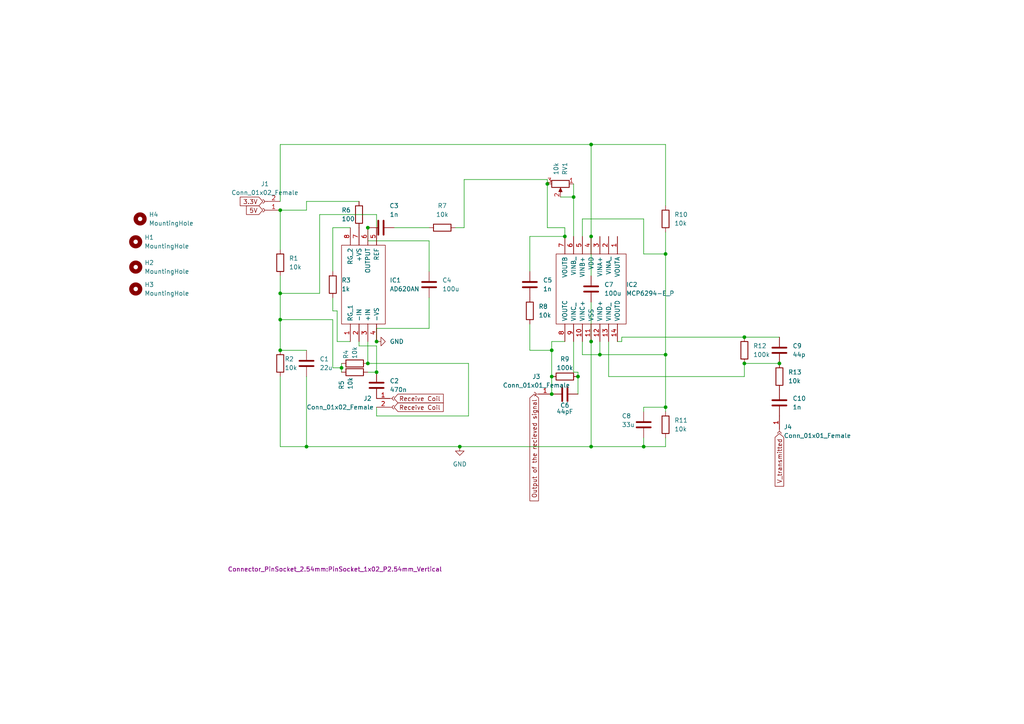
<source format=kicad_sch>
(kicad_sch (version 20211123) (generator eeschema)

  (uuid ceaf0c3f-10c1-469d-888b-61bb2a0098fa)

  (paper "A4")

  (lib_symbols
    (symbol "AD620AN:AD620AN" (pin_names (offset 0.762)) (in_bom yes) (on_board yes)
      (property "Reference" "IC" (id 0) (at 29.21 7.62 0)
        (effects (font (size 1.27 1.27)) (justify left))
      )
      (property "Value" "AD620AN" (id 1) (at 29.21 5.08 0)
        (effects (font (size 1.27 1.27)) (justify left))
      )
      (property "Footprint" "DIP794W56P254L959H533Q8N" (id 2) (at 29.21 2.54 0)
        (effects (font (size 1.27 1.27)) (justify left) hide)
      )
      (property "Datasheet" "http://www.analog.com/media/en/technical-documentation/data-sheets/AD620.pdf" (id 3) (at 29.21 0 0)
        (effects (font (size 1.27 1.27)) (justify left) hide)
      )
      (property "Description" "Instrumentation Amplifiers Low Drift Low Power" (id 4) (at 29.21 -2.54 0)
        (effects (font (size 1.27 1.27)) (justify left) hide)
      )
      (property "Height" "5.33" (id 5) (at 29.21 -5.08 0)
        (effects (font (size 1.27 1.27)) (justify left) hide)
      )
      (property "Manufacturer_Name" "Analog Devices" (id 6) (at 29.21 -7.62 0)
        (effects (font (size 1.27 1.27)) (justify left) hide)
      )
      (property "Manufacturer_Part_Number" "AD620AN" (id 7) (at 29.21 -10.16 0)
        (effects (font (size 1.27 1.27)) (justify left) hide)
      )
      (property "Mouser Part Number" "584-AD620AN" (id 8) (at 29.21 -12.7 0)
        (effects (font (size 1.27 1.27)) (justify left) hide)
      )
      (property "Mouser Price/Stock" "https://www.mouser.co.uk/ProductDetail/Analog-Devices/AD620AN?qs=NmRFExCfTkFudwEwL3%252BEeg%3D%3D" (id 9) (at 29.21 -15.24 0)
        (effects (font (size 1.27 1.27)) (justify left) hide)
      )
      (property "Arrow Part Number" "AD620AN" (id 10) (at 29.21 -17.78 0)
        (effects (font (size 1.27 1.27)) (justify left) hide)
      )
      (property "Arrow Price/Stock" "https://www.arrow.com/en/products/ad620an/analog-devices" (id 11) (at 29.21 -20.32 0)
        (effects (font (size 1.27 1.27)) (justify left) hide)
      )
      (property "Mouser Testing Part Number" "" (id 12) (at 29.21 -22.86 0)
        (effects (font (size 1.27 1.27)) (justify left) hide)
      )
      (property "Mouser Testing Price/Stock" "" (id 13) (at 29.21 -25.4 0)
        (effects (font (size 1.27 1.27)) (justify left) hide)
      )
      (property "ki_description" "Instrumentation Amplifiers Low Drift Low Power" (id 14) (at 0 0 0)
        (effects (font (size 1.27 1.27)) hide)
      )
      (symbol "AD620AN_0_0"
        (pin passive line (at 0 0 0) (length 5.08)
          (name "RG_1" (effects (font (size 1.27 1.27))))
          (number "1" (effects (font (size 1.27 1.27))))
        )
        (pin passive line (at 0 -2.54 0) (length 5.08)
          (name "-IN" (effects (font (size 1.27 1.27))))
          (number "2" (effects (font (size 1.27 1.27))))
        )
        (pin passive line (at 0 -5.08 0) (length 5.08)
          (name "+IN" (effects (font (size 1.27 1.27))))
          (number "3" (effects (font (size 1.27 1.27))))
        )
        (pin passive line (at 0 -7.62 0) (length 5.08)
          (name "-VS" (effects (font (size 1.27 1.27))))
          (number "4" (effects (font (size 1.27 1.27))))
        )
        (pin passive line (at 33.02 -7.62 180) (length 5.08)
          (name "REF" (effects (font (size 1.27 1.27))))
          (number "5" (effects (font (size 1.27 1.27))))
        )
        (pin passive line (at 33.02 -5.08 180) (length 5.08)
          (name "OUTPUT" (effects (font (size 1.27 1.27))))
          (number "6" (effects (font (size 1.27 1.27))))
        )
        (pin passive line (at 33.02 -2.54 180) (length 5.08)
          (name "+VS" (effects (font (size 1.27 1.27))))
          (number "7" (effects (font (size 1.27 1.27))))
        )
        (pin passive line (at 33.02 0 180) (length 5.08)
          (name "RG_2" (effects (font (size 1.27 1.27))))
          (number "8" (effects (font (size 1.27 1.27))))
        )
      )
      (symbol "AD620AN_0_1"
        (polyline
          (pts
            (xy 5.08 2.54)
            (xy 27.94 2.54)
            (xy 27.94 -10.16)
            (xy 5.08 -10.16)
            (xy 5.08 2.54)
          )
          (stroke (width 0.1524) (type default) (color 0 0 0 0))
          (fill (type none))
        )
      )
    )
    (symbol "Connector:Conn_01x01_Female" (pin_names (offset 1.016) hide) (in_bom yes) (on_board yes)
      (property "Reference" "J" (id 0) (at 0 2.54 0)
        (effects (font (size 1.27 1.27)))
      )
      (property "Value" "Conn_01x01_Female" (id 1) (at 0 -2.54 0)
        (effects (font (size 1.27 1.27)))
      )
      (property "Footprint" "" (id 2) (at 0 0 0)
        (effects (font (size 1.27 1.27)) hide)
      )
      (property "Datasheet" "~" (id 3) (at 0 0 0)
        (effects (font (size 1.27 1.27)) hide)
      )
      (property "ki_keywords" "connector" (id 4) (at 0 0 0)
        (effects (font (size 1.27 1.27)) hide)
      )
      (property "ki_description" "Generic connector, single row, 01x01, script generated (kicad-library-utils/schlib/autogen/connector/)" (id 5) (at 0 0 0)
        (effects (font (size 1.27 1.27)) hide)
      )
      (property "ki_fp_filters" "Connector*:*" (id 6) (at 0 0 0)
        (effects (font (size 1.27 1.27)) hide)
      )
      (symbol "Conn_01x01_Female_1_1"
        (polyline
          (pts
            (xy -1.27 0)
            (xy -0.508 0)
          )
          (stroke (width 0.1524) (type default) (color 0 0 0 0))
          (fill (type none))
        )
        (arc (start 0 0.508) (mid -0.508 0) (end 0 -0.508)
          (stroke (width 0.1524) (type default) (color 0 0 0 0))
          (fill (type none))
        )
        (pin passive line (at -5.08 0 0) (length 3.81)
          (name "Pin_1" (effects (font (size 1.27 1.27))))
          (number "1" (effects (font (size 1.27 1.27))))
        )
      )
    )
    (symbol "Connector:Conn_01x02_Female" (pin_names (offset 1.016) hide) (in_bom yes) (on_board yes)
      (property "Reference" "J" (id 0) (at 0 2.54 0)
        (effects (font (size 1.27 1.27)))
      )
      (property "Value" "Conn_01x02_Female" (id 1) (at 0 -5.08 0)
        (effects (font (size 1.27 1.27)))
      )
      (property "Footprint" "" (id 2) (at 0 0 0)
        (effects (font (size 1.27 1.27)) hide)
      )
      (property "Datasheet" "~" (id 3) (at 0 0 0)
        (effects (font (size 1.27 1.27)) hide)
      )
      (property "ki_keywords" "connector" (id 4) (at 0 0 0)
        (effects (font (size 1.27 1.27)) hide)
      )
      (property "ki_description" "Generic connector, single row, 01x02, script generated (kicad-library-utils/schlib/autogen/connector/)" (id 5) (at 0 0 0)
        (effects (font (size 1.27 1.27)) hide)
      )
      (property "ki_fp_filters" "Connector*:*_1x??_*" (id 6) (at 0 0 0)
        (effects (font (size 1.27 1.27)) hide)
      )
      (symbol "Conn_01x02_Female_1_1"
        (arc (start 0 -2.032) (mid -0.508 -2.54) (end 0 -3.048)
          (stroke (width 0.1524) (type default) (color 0 0 0 0))
          (fill (type none))
        )
        (polyline
          (pts
            (xy -1.27 -2.54)
            (xy -0.508 -2.54)
          )
          (stroke (width 0.1524) (type default) (color 0 0 0 0))
          (fill (type none))
        )
        (polyline
          (pts
            (xy -1.27 0)
            (xy -0.508 0)
          )
          (stroke (width 0.1524) (type default) (color 0 0 0 0))
          (fill (type none))
        )
        (arc (start 0 0.508) (mid -0.508 0) (end 0 -0.508)
          (stroke (width 0.1524) (type default) (color 0 0 0 0))
          (fill (type none))
        )
        (pin passive line (at -5.08 0 0) (length 3.81)
          (name "Pin_1" (effects (font (size 1.27 1.27))))
          (number "1" (effects (font (size 1.27 1.27))))
        )
        (pin passive line (at -5.08 -2.54 0) (length 3.81)
          (name "Pin_2" (effects (font (size 1.27 1.27))))
          (number "2" (effects (font (size 1.27 1.27))))
        )
      )
    )
    (symbol "Device:C" (pin_numbers hide) (pin_names (offset 0.254)) (in_bom yes) (on_board yes)
      (property "Reference" "C" (id 0) (at 0.635 2.54 0)
        (effects (font (size 1.27 1.27)) (justify left))
      )
      (property "Value" "C" (id 1) (at 0.635 -2.54 0)
        (effects (font (size 1.27 1.27)) (justify left))
      )
      (property "Footprint" "" (id 2) (at 0.9652 -3.81 0)
        (effects (font (size 1.27 1.27)) hide)
      )
      (property "Datasheet" "~" (id 3) (at 0 0 0)
        (effects (font (size 1.27 1.27)) hide)
      )
      (property "ki_keywords" "cap capacitor" (id 4) (at 0 0 0)
        (effects (font (size 1.27 1.27)) hide)
      )
      (property "ki_description" "Unpolarized capacitor" (id 5) (at 0 0 0)
        (effects (font (size 1.27 1.27)) hide)
      )
      (property "ki_fp_filters" "C_*" (id 6) (at 0 0 0)
        (effects (font (size 1.27 1.27)) hide)
      )
      (symbol "C_0_1"
        (polyline
          (pts
            (xy -2.032 -0.762)
            (xy 2.032 -0.762)
          )
          (stroke (width 0.508) (type default) (color 0 0 0 0))
          (fill (type none))
        )
        (polyline
          (pts
            (xy -2.032 0.762)
            (xy 2.032 0.762)
          )
          (stroke (width 0.508) (type default) (color 0 0 0 0))
          (fill (type none))
        )
      )
      (symbol "C_1_1"
        (pin passive line (at 0 3.81 270) (length 2.794)
          (name "~" (effects (font (size 1.27 1.27))))
          (number "1" (effects (font (size 1.27 1.27))))
        )
        (pin passive line (at 0 -3.81 90) (length 2.794)
          (name "~" (effects (font (size 1.27 1.27))))
          (number "2" (effects (font (size 1.27 1.27))))
        )
      )
    )
    (symbol "Device:R" (pin_numbers hide) (pin_names (offset 0)) (in_bom yes) (on_board yes)
      (property "Reference" "R" (id 0) (at 2.032 0 90)
        (effects (font (size 1.27 1.27)))
      )
      (property "Value" "R" (id 1) (at 0 0 90)
        (effects (font (size 1.27 1.27)))
      )
      (property "Footprint" "" (id 2) (at -1.778 0 90)
        (effects (font (size 1.27 1.27)) hide)
      )
      (property "Datasheet" "~" (id 3) (at 0 0 0)
        (effects (font (size 1.27 1.27)) hide)
      )
      (property "ki_keywords" "R res resistor" (id 4) (at 0 0 0)
        (effects (font (size 1.27 1.27)) hide)
      )
      (property "ki_description" "Resistor" (id 5) (at 0 0 0)
        (effects (font (size 1.27 1.27)) hide)
      )
      (property "ki_fp_filters" "R_*" (id 6) (at 0 0 0)
        (effects (font (size 1.27 1.27)) hide)
      )
      (symbol "R_0_1"
        (rectangle (start -1.016 -2.54) (end 1.016 2.54)
          (stroke (width 0.254) (type default) (color 0 0 0 0))
          (fill (type none))
        )
      )
      (symbol "R_1_1"
        (pin passive line (at 0 3.81 270) (length 1.27)
          (name "~" (effects (font (size 1.27 1.27))))
          (number "1" (effects (font (size 1.27 1.27))))
        )
        (pin passive line (at 0 -3.81 90) (length 1.27)
          (name "~" (effects (font (size 1.27 1.27))))
          (number "2" (effects (font (size 1.27 1.27))))
        )
      )
    )
    (symbol "Device:R_Potentiometer" (pin_names (offset 1.016) hide) (in_bom yes) (on_board yes)
      (property "Reference" "RV" (id 0) (at -4.445 0 90)
        (effects (font (size 1.27 1.27)))
      )
      (property "Value" "R_Potentiometer" (id 1) (at -2.54 0 90)
        (effects (font (size 1.27 1.27)))
      )
      (property "Footprint" "" (id 2) (at 0 0 0)
        (effects (font (size 1.27 1.27)) hide)
      )
      (property "Datasheet" "~" (id 3) (at 0 0 0)
        (effects (font (size 1.27 1.27)) hide)
      )
      (property "ki_keywords" "resistor variable" (id 4) (at 0 0 0)
        (effects (font (size 1.27 1.27)) hide)
      )
      (property "ki_description" "Potentiometer" (id 5) (at 0 0 0)
        (effects (font (size 1.27 1.27)) hide)
      )
      (property "ki_fp_filters" "Potentiometer*" (id 6) (at 0 0 0)
        (effects (font (size 1.27 1.27)) hide)
      )
      (symbol "R_Potentiometer_0_1"
        (polyline
          (pts
            (xy 2.54 0)
            (xy 1.524 0)
          )
          (stroke (width 0) (type default) (color 0 0 0 0))
          (fill (type none))
        )
        (polyline
          (pts
            (xy 1.143 0)
            (xy 2.286 0.508)
            (xy 2.286 -0.508)
            (xy 1.143 0)
          )
          (stroke (width 0) (type default) (color 0 0 0 0))
          (fill (type outline))
        )
        (rectangle (start 1.016 2.54) (end -1.016 -2.54)
          (stroke (width 0.254) (type default) (color 0 0 0 0))
          (fill (type none))
        )
      )
      (symbol "R_Potentiometer_1_1"
        (pin passive line (at 0 3.81 270) (length 1.27)
          (name "1" (effects (font (size 1.27 1.27))))
          (number "1" (effects (font (size 1.27 1.27))))
        )
        (pin passive line (at 3.81 0 180) (length 1.27)
          (name "2" (effects (font (size 1.27 1.27))))
          (number "2" (effects (font (size 1.27 1.27))))
        )
        (pin passive line (at 0 -3.81 90) (length 1.27)
          (name "3" (effects (font (size 1.27 1.27))))
          (number "3" (effects (font (size 1.27 1.27))))
        )
      )
    )
    (symbol "MCP6294-E_P:MCP6294-E_P" (pin_names (offset 0.762)) (in_bom yes) (on_board yes)
      (property "Reference" "IC" (id 0) (at 26.67 7.62 0)
        (effects (font (size 1.27 1.27)) (justify left))
      )
      (property "Value" "MCP6294-E_P" (id 1) (at 26.67 5.08 0)
        (effects (font (size 1.27 1.27)) (justify left))
      )
      (property "Footprint" "DIP781W56P254L1918H533Q14N" (id 2) (at 26.67 2.54 0)
        (effects (font (size 1.27 1.27)) (justify left) hide)
      )
      (property "Datasheet" "http://ww1.microchip.com/downloads/en/DeviceDoc/MCP6291-Family-Data-Sheet-DS20001812G.pdf" (id 3) (at 26.67 0 0)
        (effects (font (size 1.27 1.27)) (justify left) hide)
      )
      (property "Description" "Microchip MCP6294-E/P, Quad Op Amp, 10MHz Rail-Rail, 14-Pin PDIP" (id 4) (at 26.67 -2.54 0)
        (effects (font (size 1.27 1.27)) (justify left) hide)
      )
      (property "Height" "5.334" (id 5) (at 26.67 -5.08 0)
        (effects (font (size 1.27 1.27)) (justify left) hide)
      )
      (property "Manufacturer_Name" "Microchip" (id 6) (at 26.67 -7.62 0)
        (effects (font (size 1.27 1.27)) (justify left) hide)
      )
      (property "Manufacturer_Part_Number" "MCP6294-E/P" (id 7) (at 26.67 -10.16 0)
        (effects (font (size 1.27 1.27)) (justify left) hide)
      )
      (property "Mouser Part Number" "579-MCP6294-E/P" (id 8) (at 26.67 -12.7 0)
        (effects (font (size 1.27 1.27)) (justify left) hide)
      )
      (property "Mouser Price/Stock" "https://www.mouser.co.uk/ProductDetail/Microchip-Technology/MCP6294-E-P?qs=wPbeaPfwU9952gMULKwA6A%3D%3D" (id 9) (at 26.67 -15.24 0)
        (effects (font (size 1.27 1.27)) (justify left) hide)
      )
      (property "Arrow Part Number" "MCP6294-E/P" (id 10) (at 26.67 -17.78 0)
        (effects (font (size 1.27 1.27)) (justify left) hide)
      )
      (property "Arrow Price/Stock" "https://www.arrow.com/en/products/mcp6294-ep/microchip-technology?region=nac" (id 11) (at 26.67 -20.32 0)
        (effects (font (size 1.27 1.27)) (justify left) hide)
      )
      (property "Mouser Testing Part Number" "" (id 12) (at 26.67 -22.86 0)
        (effects (font (size 1.27 1.27)) (justify left) hide)
      )
      (property "Mouser Testing Price/Stock" "" (id 13) (at 26.67 -25.4 0)
        (effects (font (size 1.27 1.27)) (justify left) hide)
      )
      (property "ki_description" "Microchip MCP6294-E/P, Quad Op Amp, 10MHz Rail-Rail, 14-Pin PDIP" (id 14) (at 0 0 0)
        (effects (font (size 1.27 1.27)) hide)
      )
      (symbol "MCP6294-E_P_0_0"
        (pin passive line (at 0 0 0) (length 5.08)
          (name "VOUTA" (effects (font (size 1.27 1.27))))
          (number "1" (effects (font (size 1.27 1.27))))
        )
        (pin passive line (at 30.48 -10.16 180) (length 5.08)
          (name "VINC+" (effects (font (size 1.27 1.27))))
          (number "10" (effects (font (size 1.27 1.27))))
        )
        (pin passive line (at 30.48 -7.62 180) (length 5.08)
          (name "VSS" (effects (font (size 1.27 1.27))))
          (number "11" (effects (font (size 1.27 1.27))))
        )
        (pin passive line (at 30.48 -5.08 180) (length 5.08)
          (name "VIND+" (effects (font (size 1.27 1.27))))
          (number "12" (effects (font (size 1.27 1.27))))
        )
        (pin passive line (at 30.48 -2.54 180) (length 5.08)
          (name "VIND_" (effects (font (size 1.27 1.27))))
          (number "13" (effects (font (size 1.27 1.27))))
        )
        (pin passive line (at 30.48 0 180) (length 5.08)
          (name "VOUTD" (effects (font (size 1.27 1.27))))
          (number "14" (effects (font (size 1.27 1.27))))
        )
        (pin passive line (at 0 -2.54 0) (length 5.08)
          (name "VINA_" (effects (font (size 1.27 1.27))))
          (number "2" (effects (font (size 1.27 1.27))))
        )
        (pin passive line (at 0 -5.08 0) (length 5.08)
          (name "VINA+" (effects (font (size 1.27 1.27))))
          (number "3" (effects (font (size 1.27 1.27))))
        )
        (pin passive line (at 0 -7.62 0) (length 5.08)
          (name "VDD" (effects (font (size 1.27 1.27))))
          (number "4" (effects (font (size 1.27 1.27))))
        )
        (pin passive line (at 0 -10.16 0) (length 5.08)
          (name "VINB+" (effects (font (size 1.27 1.27))))
          (number "5" (effects (font (size 1.27 1.27))))
        )
        (pin passive line (at 0 -12.7 0) (length 5.08)
          (name "VINB_" (effects (font (size 1.27 1.27))))
          (number "6" (effects (font (size 1.27 1.27))))
        )
        (pin passive line (at 0 -15.24 0) (length 5.08)
          (name "VOUTB" (effects (font (size 1.27 1.27))))
          (number "7" (effects (font (size 1.27 1.27))))
        )
        (pin passive line (at 30.48 -15.24 180) (length 5.08)
          (name "VOUTC" (effects (font (size 1.27 1.27))))
          (number "8" (effects (font (size 1.27 1.27))))
        )
        (pin passive line (at 30.48 -12.7 180) (length 5.08)
          (name "VINC_" (effects (font (size 1.27 1.27))))
          (number "9" (effects (font (size 1.27 1.27))))
        )
      )
      (symbol "MCP6294-E_P_0_1"
        (polyline
          (pts
            (xy 5.08 2.54)
            (xy 25.4 2.54)
            (xy 25.4 -17.78)
            (xy 5.08 -17.78)
            (xy 5.08 2.54)
          )
          (stroke (width 0.1524) (type default) (color 0 0 0 0))
          (fill (type none))
        )
      )
    )
    (symbol "Mechanical:MountingHole" (pin_names (offset 1.016)) (in_bom yes) (on_board yes)
      (property "Reference" "H" (id 0) (at 0 5.08 0)
        (effects (font (size 1.27 1.27)))
      )
      (property "Value" "MountingHole" (id 1) (at 0 3.175 0)
        (effects (font (size 1.27 1.27)))
      )
      (property "Footprint" "" (id 2) (at 0 0 0)
        (effects (font (size 1.27 1.27)) hide)
      )
      (property "Datasheet" "~" (id 3) (at 0 0 0)
        (effects (font (size 1.27 1.27)) hide)
      )
      (property "ki_keywords" "mounting hole" (id 4) (at 0 0 0)
        (effects (font (size 1.27 1.27)) hide)
      )
      (property "ki_description" "Mounting Hole without connection" (id 5) (at 0 0 0)
        (effects (font (size 1.27 1.27)) hide)
      )
      (property "ki_fp_filters" "MountingHole*" (id 6) (at 0 0 0)
        (effects (font (size 1.27 1.27)) hide)
      )
      (symbol "MountingHole_0_1"
        (circle (center 0 0) (radius 1.27)
          (stroke (width 1.27) (type default) (color 0 0 0 0))
          (fill (type none))
        )
      )
    )
    (symbol "power:GND" (power) (pin_names (offset 0)) (in_bom yes) (on_board yes)
      (property "Reference" "#PWR" (id 0) (at 0 -6.35 0)
        (effects (font (size 1.27 1.27)) hide)
      )
      (property "Value" "GND" (id 1) (at 0 -3.81 0)
        (effects (font (size 1.27 1.27)))
      )
      (property "Footprint" "" (id 2) (at 0 0 0)
        (effects (font (size 1.27 1.27)) hide)
      )
      (property "Datasheet" "" (id 3) (at 0 0 0)
        (effects (font (size 1.27 1.27)) hide)
      )
      (property "ki_keywords" "power-flag" (id 4) (at 0 0 0)
        (effects (font (size 1.27 1.27)) hide)
      )
      (property "ki_description" "Power symbol creates a global label with name \"GND\" , ground" (id 5) (at 0 0 0)
        (effects (font (size 1.27 1.27)) hide)
      )
      (symbol "GND_0_1"
        (polyline
          (pts
            (xy 0 0)
            (xy 0 -1.27)
            (xy 1.27 -1.27)
            (xy 0 -2.54)
            (xy -1.27 -1.27)
            (xy 0 -1.27)
          )
          (stroke (width 0) (type default) (color 0 0 0 0))
          (fill (type none))
        )
      )
      (symbol "GND_1_1"
        (pin power_in line (at 0 0 270) (length 0) hide
          (name "GND" (effects (font (size 1.27 1.27))))
          (number "1" (effects (font (size 1.27 1.27))))
        )
      )
    )
  )

  (junction (at 106.68 105.41) (diameter 0) (color 0 0 0 0)
    (uuid 09e2f706-ea28-4c14-bbd1-02f3ef7576aa)
  )
  (junction (at 109.22 99.06) (diameter 0) (color 0 0 0 0)
    (uuid 0c8bc652-9748-4b4e-b2a8-368855140954)
  )
  (junction (at 81.28 101.6) (diameter 0) (color 0 0 0 0)
    (uuid 12ea36c7-fd96-4351-b5aa-6ffd7afc9425)
  )
  (junction (at 215.9 97.79) (diameter 0) (color 0 0 0 0)
    (uuid 219f9f5c-147d-4018-b408-056f9277351e)
  )
  (junction (at 160.02 101.6) (diameter 0) (color 0 0 0 0)
    (uuid 260aa506-eb24-4374-ab5e-66d91ff0feb6)
  )
  (junction (at 173.99 102.87) (diameter 0) (color 0 0 0 0)
    (uuid 29771ca2-86d6-4bb7-b80f-4acc4c4427fa)
  )
  (junction (at 167.64 109.22) (diameter 0) (color 0 0 0 0)
    (uuid 2d6f8a53-a4f6-40b6-a713-5e0aff94abaf)
  )
  (junction (at 163.83 68.58) (diameter 0) (color 0 0 0 0)
    (uuid 318e0313-6bfd-4c42-aa25-e462f060e4a2)
  )
  (junction (at 109.22 107.95) (diameter 0) (color 0 0 0 0)
    (uuid 3adb9051-8dde-4837-bb26-d983538dd205)
  )
  (junction (at 160.02 114.3) (diameter 0) (color 0 0 0 0)
    (uuid 55eb1be0-8ae5-45c8-a071-56ed432abf3b)
  )
  (junction (at 81.28 85.09) (diameter 0) (color 0 0 0 0)
    (uuid 661f4714-f927-468f-b4c5-0c73c9a79223)
  )
  (junction (at 99.06 106.68) (diameter 0) (color 0 0 0 0)
    (uuid 677adaca-17d8-4a3e-8a38-744741d42b65)
  )
  (junction (at 166.37 57.15) (diameter 0) (color 0 0 0 0)
    (uuid 77caabae-e1c7-49cc-8423-287c0c3b3d0c)
  )
  (junction (at 171.45 68.58) (diameter 0) (color 0 0 0 0)
    (uuid 8dc609cb-d456-4803-999c-973a3b770459)
  )
  (junction (at 133.35 129.54) (diameter 0) (color 0 0 0 0)
    (uuid 916a949b-14a0-4b66-8b3b-382e0f57c1e0)
  )
  (junction (at 160.02 109.22) (diameter 0) (color 0 0 0 0)
    (uuid 94bed89e-f9f5-4338-a88c-e1b42b1dea3b)
  )
  (junction (at 171.45 129.54) (diameter 0) (color 0 0 0 0)
    (uuid 9c41be7b-7259-46f5-8935-35d03888a678)
  )
  (junction (at 215.9 105.41) (diameter 0) (color 0 0 0 0)
    (uuid 9cccc1bb-e42f-408f-b853-bac527b81ac5)
  )
  (junction (at 193.04 118.11) (diameter 0) (color 0 0 0 0)
    (uuid a3015396-9e11-43e0-8a1e-97f948063bd2)
  )
  (junction (at 81.28 60.96) (diameter 0) (color 0 0 0 0)
    (uuid af428751-07d7-4798-8121-bf3723127a4b)
  )
  (junction (at 186.69 129.54) (diameter 0) (color 0 0 0 0)
    (uuid af8cd270-feba-418e-b011-9f512d9244e0)
  )
  (junction (at 171.45 99.06) (diameter 0) (color 0 0 0 0)
    (uuid b58f64c4-2226-4831-b538-1911890b6c80)
  )
  (junction (at 81.28 92.71) (diameter 0) (color 0 0 0 0)
    (uuid bd8f49d0-b312-42e3-bfbc-2373cfa21567)
  )
  (junction (at 226.06 105.41) (diameter 0) (color 0 0 0 0)
    (uuid be70c714-1920-4b9a-8ae0-13424682ced3)
  )
  (junction (at 158.75 53.34) (diameter 0) (color 0 0 0 0)
    (uuid c26b31d9-4c45-4286-9881-9eb690d3200a)
  )
  (junction (at 88.9 129.54) (diameter 0) (color 0 0 0 0)
    (uuid d9d05189-ec63-4039-87ae-6f681e0d6213)
  )
  (junction (at 193.04 73.66) (diameter 0) (color 0 0 0 0)
    (uuid dce653dc-be57-4616-bf16-99bad622c988)
  )
  (junction (at 193.04 102.87) (diameter 0) (color 0 0 0 0)
    (uuid e802cc88-5126-4193-89a8-c297eb461623)
  )
  (junction (at 171.45 41.91) (diameter 0) (color 0 0 0 0)
    (uuid eccc29cd-1b5c-40f7-9878-45a22edb5858)
  )
  (junction (at 106.68 66.04) (diameter 0) (color 0 0 0 0)
    (uuid eedbbc85-3040-426a-b00a-06235c5c50ae)
  )

  (wire (pts (xy 166.37 57.15) (xy 162.56 57.15))
    (stroke (width 0) (type default) (color 0 0 0 0))
    (uuid 0386eac1-13c6-458b-a8aa-4c6fec515746)
  )
  (wire (pts (xy 215.9 105.41) (xy 226.06 105.41))
    (stroke (width 0) (type default) (color 0 0 0 0))
    (uuid 052c67b9-a905-47d9-a70d-b94d76c3c9cb)
  )
  (wire (pts (xy 153.67 78.74) (xy 153.67 68.58))
    (stroke (width 0) (type default) (color 0 0 0 0))
    (uuid 05512d28-b1c3-4e11-961c-c9ff3ae0a293)
  )
  (wire (pts (xy 153.67 101.6) (xy 160.02 101.6))
    (stroke (width 0) (type default) (color 0 0 0 0))
    (uuid 0628acfc-2f01-4c4b-8300-316f20f105d8)
  )
  (wire (pts (xy 132.08 66.04) (xy 134.62 66.04))
    (stroke (width 0) (type default) (color 0 0 0 0))
    (uuid 06ffceb6-4c2d-490b-8513-9ed8e7799760)
  )
  (wire (pts (xy 166.37 107.95) (xy 167.64 107.95))
    (stroke (width 0) (type default) (color 0 0 0 0))
    (uuid 0b0bb222-7d5f-461b-aaf9-2ea3152860f8)
  )
  (wire (pts (xy 158.75 53.34) (xy 158.75 66.04))
    (stroke (width 0) (type default) (color 0 0 0 0))
    (uuid 0ce6ecc5-352a-4b35-8a5f-dec9fe5cd637)
  )
  (wire (pts (xy 106.68 107.95) (xy 109.22 107.95))
    (stroke (width 0) (type default) (color 0 0 0 0))
    (uuid 18f4d1d1-387a-44bc-b5f7-b5879b1907e3)
  )
  (wire (pts (xy 160.02 99.06) (xy 163.83 99.06))
    (stroke (width 0) (type default) (color 0 0 0 0))
    (uuid 2876ceee-57f6-47a3-885e-a852f13f995f)
  )
  (wire (pts (xy 96.52 78.74) (xy 96.52 66.04))
    (stroke (width 0) (type default) (color 0 0 0 0))
    (uuid 2a57217f-3a06-4a80-8d1f-c46dc7e66dac)
  )
  (wire (pts (xy 88.9 58.42) (xy 88.9 60.96))
    (stroke (width 0) (type default) (color 0 0 0 0))
    (uuid 2bae9c6e-f186-480a-acba-76eb45116a15)
  )
  (wire (pts (xy 176.53 99.06) (xy 176.53 109.22))
    (stroke (width 0) (type default) (color 0 0 0 0))
    (uuid 2c0e15ba-4174-4f48-9185-022e34717b1c)
  )
  (wire (pts (xy 135.89 105.41) (xy 106.68 105.41))
    (stroke (width 0) (type default) (color 0 0 0 0))
    (uuid 2d02535e-2f89-4bc4-b755-756bc3ce8c5a)
  )
  (wire (pts (xy 186.69 129.54) (xy 193.04 129.54))
    (stroke (width 0) (type default) (color 0 0 0 0))
    (uuid 3179264d-dda1-4f17-b2e9-0460c69746c4)
  )
  (wire (pts (xy 97.79 90.17) (xy 96.52 90.17))
    (stroke (width 0) (type default) (color 0 0 0 0))
    (uuid 36ad6606-5273-44f6-b452-ead00d116483)
  )
  (wire (pts (xy 163.83 66.04) (xy 163.83 68.58))
    (stroke (width 0) (type default) (color 0 0 0 0))
    (uuid 38073285-2357-483a-88a6-d026dea00946)
  )
  (wire (pts (xy 193.04 102.87) (xy 173.99 102.87))
    (stroke (width 0) (type default) (color 0 0 0 0))
    (uuid 3b082e28-6696-4e32-85e1-04fd52a776d5)
  )
  (wire (pts (xy 96.52 66.04) (xy 101.6 66.04))
    (stroke (width 0) (type default) (color 0 0 0 0))
    (uuid 3c27de8e-4080-4e69-8a3e-6dce5e8cf042)
  )
  (wire (pts (xy 81.28 80.01) (xy 81.28 85.09))
    (stroke (width 0) (type default) (color 0 0 0 0))
    (uuid 3dc74ba5-a4f7-42fd-8a77-18b0f76bef05)
  )
  (wire (pts (xy 180.34 99.06) (xy 179.07 99.06))
    (stroke (width 0) (type default) (color 0 0 0 0))
    (uuid 3eee5da8-3505-48bc-94ed-3251841e5823)
  )
  (wire (pts (xy 176.53 109.22) (xy 215.9 109.22))
    (stroke (width 0) (type default) (color 0 0 0 0))
    (uuid 41ec9658-be4b-4882-bc5a-54861cf80863)
  )
  (wire (pts (xy 109.22 100.33) (xy 104.14 100.33))
    (stroke (width 0) (type default) (color 0 0 0 0))
    (uuid 461e6227-f9de-4212-ab0a-c1bd4f570140)
  )
  (wire (pts (xy 193.04 73.66) (xy 193.04 102.87))
    (stroke (width 0) (type default) (color 0 0 0 0))
    (uuid 497d60a9-65d1-4f83-a15a-b0fb25d3dab8)
  )
  (wire (pts (xy 226.06 97.79) (xy 215.9 97.79))
    (stroke (width 0) (type default) (color 0 0 0 0))
    (uuid 4c03c93e-9c5c-4257-ad5a-e2c67ba06883)
  )
  (wire (pts (xy 171.45 87.63) (xy 171.45 99.06))
    (stroke (width 0) (type default) (color 0 0 0 0))
    (uuid 4fd1e9e1-f31a-47a4-9c54-ed70fe0c127e)
  )
  (wire (pts (xy 186.69 129.54) (xy 186.69 127))
    (stroke (width 0) (type default) (color 0 0 0 0))
    (uuid 560c6a30-9105-49de-b239-a0b2890d0eb8)
  )
  (wire (pts (xy 106.68 99.06) (xy 106.68 105.41))
    (stroke (width 0) (type default) (color 0 0 0 0))
    (uuid 56f1962f-52f7-4fa4-a68b-7684c0b1834d)
  )
  (wire (pts (xy 81.28 92.71) (xy 96.52 92.71))
    (stroke (width 0) (type default) (color 0 0 0 0))
    (uuid 57acba43-3f96-4154-8039-667709be3236)
  )
  (wire (pts (xy 81.28 92.71) (xy 81.28 101.6))
    (stroke (width 0) (type default) (color 0 0 0 0))
    (uuid 5d15fe5f-4ee7-4466-910d-eb7d25400e5f)
  )
  (wire (pts (xy 106.68 69.85) (xy 106.68 66.04))
    (stroke (width 0) (type default) (color 0 0 0 0))
    (uuid 5f64fc87-fb1f-4585-aec0-dd9f3bb9c004)
  )
  (wire (pts (xy 114.3 66.04) (xy 124.46 66.04))
    (stroke (width 0) (type default) (color 0 0 0 0))
    (uuid 6173e636-9620-4a5e-bc7a-21aedf4ffe32)
  )
  (wire (pts (xy 96.52 106.68) (xy 99.06 106.68))
    (stroke (width 0) (type default) (color 0 0 0 0))
    (uuid 65df7ca7-bda7-4a7e-b5e4-80187a9153c9)
  )
  (wire (pts (xy 101.6 99.06) (xy 97.79 99.06))
    (stroke (width 0) (type default) (color 0 0 0 0))
    (uuid 6632fa13-8690-4e9b-9be1-9c3542c14f54)
  )
  (wire (pts (xy 109.22 62.23) (xy 109.22 66.04))
    (stroke (width 0) (type default) (color 0 0 0 0))
    (uuid 674306a4-2d1f-42ad-b3d1-8da8e47956f8)
  )
  (wire (pts (xy 109.22 95.25) (xy 109.22 99.06))
    (stroke (width 0) (type default) (color 0 0 0 0))
    (uuid 68f3fe1e-77d0-4692-823e-8a612ba2bbe6)
  )
  (wire (pts (xy 193.04 67.31) (xy 193.04 73.66))
    (stroke (width 0) (type default) (color 0 0 0 0))
    (uuid 6ab4c39f-f9c2-46cb-ac67-a8487f7fcd93)
  )
  (wire (pts (xy 171.45 129.54) (xy 186.69 129.54))
    (stroke (width 0) (type default) (color 0 0 0 0))
    (uuid 6adc7ee7-66db-4374-acc1-fba79c583145)
  )
  (wire (pts (xy 96.52 92.71) (xy 96.52 106.68))
    (stroke (width 0) (type default) (color 0 0 0 0))
    (uuid 6d44e2f5-ccc9-4221-baec-1520051d0641)
  )
  (wire (pts (xy 158.75 66.04) (xy 163.83 66.04))
    (stroke (width 0) (type default) (color 0 0 0 0))
    (uuid 722eba38-c8ae-468b-accc-5f6485228684)
  )
  (wire (pts (xy 173.99 99.06) (xy 173.99 102.87))
    (stroke (width 0) (type default) (color 0 0 0 0))
    (uuid 7422da8a-8958-4069-a3cb-36cd0cf02f34)
  )
  (wire (pts (xy 215.9 109.22) (xy 215.9 105.41))
    (stroke (width 0) (type default) (color 0 0 0 0))
    (uuid 7552e512-efd5-4a6e-8f9d-e890fd25d03d)
  )
  (wire (pts (xy 193.04 118.11) (xy 193.04 119.38))
    (stroke (width 0) (type default) (color 0 0 0 0))
    (uuid 763596cc-3045-4884-91c7-e5b014893d00)
  )
  (wire (pts (xy 167.64 107.95) (xy 167.64 109.22))
    (stroke (width 0) (type default) (color 0 0 0 0))
    (uuid 775b6771-dd84-4b7b-94b6-2f866e204b62)
  )
  (wire (pts (xy 160.02 99.06) (xy 160.02 101.6))
    (stroke (width 0) (type default) (color 0 0 0 0))
    (uuid 79503fa0-6181-478a-9ea7-0e52a9815044)
  )
  (wire (pts (xy 81.28 85.09) (xy 81.28 92.71))
    (stroke (width 0) (type default) (color 0 0 0 0))
    (uuid 7c0dc915-5193-4669-8e6d-3f2ef837db42)
  )
  (wire (pts (xy 81.28 85.09) (xy 92.71 85.09))
    (stroke (width 0) (type default) (color 0 0 0 0))
    (uuid 7d5b80af-403c-4dd3-9ace-e5f761e1fef9)
  )
  (wire (pts (xy 168.91 102.87) (xy 168.91 99.06))
    (stroke (width 0) (type default) (color 0 0 0 0))
    (uuid 7e641cf9-6fd0-4e2d-8dbd-e2fa4cd6e78b)
  )
  (wire (pts (xy 88.9 101.6) (xy 81.28 101.6))
    (stroke (width 0) (type default) (color 0 0 0 0))
    (uuid 811b045c-09f3-4ef4-b6f8-f3079f32502f)
  )
  (wire (pts (xy 160.02 109.22) (xy 160.02 114.3))
    (stroke (width 0) (type default) (color 0 0 0 0))
    (uuid 823c3b1b-d717-49ef-84f0-d0243d42bc49)
  )
  (wire (pts (xy 168.91 68.58) (xy 168.91 63.5))
    (stroke (width 0) (type default) (color 0 0 0 0))
    (uuid 890800f6-9ccf-4915-9c37-c7e165ff17bd)
  )
  (wire (pts (xy 124.46 78.74) (xy 124.46 69.85))
    (stroke (width 0) (type default) (color 0 0 0 0))
    (uuid 8918836e-b06d-4512-829a-69f9e1524d27)
  )
  (wire (pts (xy 81.28 41.91) (xy 171.45 41.91))
    (stroke (width 0) (type default) (color 0 0 0 0))
    (uuid 8b05815d-1cac-4f04-86ce-ee1e40a9dfea)
  )
  (wire (pts (xy 171.45 41.91) (xy 171.45 68.58))
    (stroke (width 0) (type default) (color 0 0 0 0))
    (uuid 8bb96f26-3f32-4ba8-9ea1-421c71a59f67)
  )
  (wire (pts (xy 153.67 68.58) (xy 163.83 68.58))
    (stroke (width 0) (type default) (color 0 0 0 0))
    (uuid 8daf0f88-fb82-4401-88f9-ffe727c74a8b)
  )
  (wire (pts (xy 81.28 109.22) (xy 81.28 129.54))
    (stroke (width 0) (type default) (color 0 0 0 0))
    (uuid 8e4567a3-7e0c-424c-9183-0213e90b881f)
  )
  (wire (pts (xy 124.46 95.25) (xy 109.22 95.25))
    (stroke (width 0) (type default) (color 0 0 0 0))
    (uuid 90e73555-9a6d-42db-afc9-3ed7b8d1e386)
  )
  (wire (pts (xy 97.79 99.06) (xy 97.79 90.17))
    (stroke (width 0) (type default) (color 0 0 0 0))
    (uuid 9289ea9d-c3fc-4e69-8d0e-ddca152b8185)
  )
  (wire (pts (xy 173.99 102.87) (xy 168.91 102.87))
    (stroke (width 0) (type default) (color 0 0 0 0))
    (uuid 9510aa48-02de-44c6-8051-f6fccddec055)
  )
  (wire (pts (xy 104.14 58.42) (xy 88.9 58.42))
    (stroke (width 0) (type default) (color 0 0 0 0))
    (uuid 985937f3-24c7-4973-b57e-35dd1a01eb12)
  )
  (wire (pts (xy 88.9 109.22) (xy 88.9 129.54))
    (stroke (width 0) (type default) (color 0 0 0 0))
    (uuid 9b598d7b-e445-4d33-b2b9-a6a86d49ce7d)
  )
  (wire (pts (xy 104.14 100.33) (xy 104.14 99.06))
    (stroke (width 0) (type default) (color 0 0 0 0))
    (uuid 9c3decc4-5dbe-44ea-8f23-583ac2b9309e)
  )
  (wire (pts (xy 92.71 62.23) (xy 109.22 62.23))
    (stroke (width 0) (type default) (color 0 0 0 0))
    (uuid 9f47e404-7dc6-4949-a05d-c3d4a66dbcef)
  )
  (wire (pts (xy 99.06 105.41) (xy 99.06 106.68))
    (stroke (width 0) (type default) (color 0 0 0 0))
    (uuid a0451073-5df8-46a0-a7fd-15363ceee03a)
  )
  (wire (pts (xy 135.89 120.65) (xy 135.89 105.41))
    (stroke (width 0) (type default) (color 0 0 0 0))
    (uuid a0acff6b-1b0d-4b9e-b8f2-e845fe642826)
  )
  (wire (pts (xy 133.35 129.54) (xy 171.45 129.54))
    (stroke (width 0) (type default) (color 0 0 0 0))
    (uuid a1df0b88-8e54-4eae-af41-135424ef57ba)
  )
  (wire (pts (xy 134.62 52.07) (xy 158.75 52.07))
    (stroke (width 0) (type default) (color 0 0 0 0))
    (uuid a728ae0d-22d4-43f3-af69-20264246b906)
  )
  (wire (pts (xy 109.22 107.95) (xy 109.22 100.33))
    (stroke (width 0) (type default) (color 0 0 0 0))
    (uuid a97e3b2a-830a-4d50-8426-215325044874)
  )
  (wire (pts (xy 109.22 118.11) (xy 109.22 120.65))
    (stroke (width 0) (type default) (color 0 0 0 0))
    (uuid aa67e6fd-d396-45a7-86bc-5df42a26be9a)
  )
  (wire (pts (xy 81.28 129.54) (xy 88.9 129.54))
    (stroke (width 0) (type default) (color 0 0 0 0))
    (uuid aa8dca98-d0d2-4516-9df3-8f0da4340f0a)
  )
  (wire (pts (xy 215.9 97.79) (xy 180.34 97.79))
    (stroke (width 0) (type default) (color 0 0 0 0))
    (uuid ae57d510-3222-4c9b-8613-944966d46cd5)
  )
  (wire (pts (xy 171.45 41.91) (xy 193.04 41.91))
    (stroke (width 0) (type default) (color 0 0 0 0))
    (uuid b2b9f60e-5ff0-4c2b-a49e-cfdffb0c956c)
  )
  (wire (pts (xy 186.69 63.5) (xy 186.69 73.66))
    (stroke (width 0) (type default) (color 0 0 0 0))
    (uuid b47db9f3-c345-40eb-bfbe-cca1ba4c5e65)
  )
  (wire (pts (xy 166.37 57.15) (xy 166.37 68.58))
    (stroke (width 0) (type default) (color 0 0 0 0))
    (uuid b9944709-f129-4aef-bd1f-58e5124e0edb)
  )
  (wire (pts (xy 186.69 119.38) (xy 186.69 118.11))
    (stroke (width 0) (type default) (color 0 0 0 0))
    (uuid bd26a6cb-4162-41ea-9a5e-c48ca41b7da4)
  )
  (wire (pts (xy 193.04 41.91) (xy 193.04 59.69))
    (stroke (width 0) (type default) (color 0 0 0 0))
    (uuid bd31a306-7637-4f5a-b375-825773e34011)
  )
  (wire (pts (xy 81.28 58.42) (xy 81.28 41.91))
    (stroke (width 0) (type default) (color 0 0 0 0))
    (uuid c1bb6420-dacb-445d-9aca-367f1a250948)
  )
  (wire (pts (xy 124.46 69.85) (xy 106.68 69.85))
    (stroke (width 0) (type default) (color 0 0 0 0))
    (uuid c2c96903-66ac-4979-8b4e-104235ef700d)
  )
  (wire (pts (xy 134.62 66.04) (xy 134.62 52.07))
    (stroke (width 0) (type default) (color 0 0 0 0))
    (uuid c9552551-0f06-44bd-a137-5f1331b0869d)
  )
  (wire (pts (xy 96.52 90.17) (xy 96.52 86.36))
    (stroke (width 0) (type default) (color 0 0 0 0))
    (uuid cbb742ea-e139-4018-a6f9-b9039b5cace0)
  )
  (wire (pts (xy 158.75 52.07) (xy 158.75 53.34))
    (stroke (width 0) (type default) (color 0 0 0 0))
    (uuid ccab2924-568b-4209-9ea5-2a31fe10decc)
  )
  (wire (pts (xy 193.04 102.87) (xy 193.04 118.11))
    (stroke (width 0) (type default) (color 0 0 0 0))
    (uuid cffe12ff-c7b9-4ca2-a138-4934b75224e1)
  )
  (wire (pts (xy 81.28 60.96) (xy 88.9 60.96))
    (stroke (width 0) (type default) (color 0 0 0 0))
    (uuid d352a961-45d7-43e7-99ea-579cde35cb9a)
  )
  (wire (pts (xy 171.45 99.06) (xy 171.45 129.54))
    (stroke (width 0) (type default) (color 0 0 0 0))
    (uuid d57d9d63-77eb-4a43-b9a9-d890a4e21f66)
  )
  (wire (pts (xy 166.37 99.06) (xy 166.37 107.95))
    (stroke (width 0) (type default) (color 0 0 0 0))
    (uuid d6efd0f5-2eb5-4457-ad88-b58b3664267b)
  )
  (wire (pts (xy 109.22 120.65) (xy 135.89 120.65))
    (stroke (width 0) (type default) (color 0 0 0 0))
    (uuid da333cd8-45c7-42ea-8aca-a6685c0eea3b)
  )
  (wire (pts (xy 92.71 85.09) (xy 92.71 62.23))
    (stroke (width 0) (type default) (color 0 0 0 0))
    (uuid daf9d1ef-2c79-4bca-871a-53552790d53c)
  )
  (wire (pts (xy 124.46 86.36) (xy 124.46 95.25))
    (stroke (width 0) (type default) (color 0 0 0 0))
    (uuid dc8baa36-cbb3-499d-a777-edc438dbc32b)
  )
  (wire (pts (xy 167.64 109.22) (xy 167.64 114.3))
    (stroke (width 0) (type default) (color 0 0 0 0))
    (uuid dfd64a3c-1228-4c42-93af-5ebe8a97ac2a)
  )
  (wire (pts (xy 88.9 129.54) (xy 133.35 129.54))
    (stroke (width 0) (type default) (color 0 0 0 0))
    (uuid e09f659c-4f11-492a-8296-b49c7da00898)
  )
  (wire (pts (xy 160.02 109.22) (xy 160.02 101.6))
    (stroke (width 0) (type default) (color 0 0 0 0))
    (uuid e18c862a-adb8-4d97-8f60-a20f5f3246af)
  )
  (wire (pts (xy 193.04 127) (xy 193.04 129.54))
    (stroke (width 0) (type default) (color 0 0 0 0))
    (uuid e347d398-3eae-4272-8f71-47126d916021)
  )
  (wire (pts (xy 99.06 106.68) (xy 99.06 107.95))
    (stroke (width 0) (type default) (color 0 0 0 0))
    (uuid e59a3c55-b7fe-4958-a62b-d9289974c36c)
  )
  (wire (pts (xy 180.34 97.79) (xy 180.34 99.06))
    (stroke (width 0) (type default) (color 0 0 0 0))
    (uuid eb614402-8b4e-459a-8300-f0a82602fb47)
  )
  (wire (pts (xy 186.69 73.66) (xy 193.04 73.66))
    (stroke (width 0) (type default) (color 0 0 0 0))
    (uuid eb695546-6f46-42b8-8c8e-3451679139da)
  )
  (wire (pts (xy 186.69 118.11) (xy 193.04 118.11))
    (stroke (width 0) (type default) (color 0 0 0 0))
    (uuid f0da07cb-20ce-4b19-9894-c0d1fa6ca43a)
  )
  (wire (pts (xy 81.28 60.96) (xy 81.28 72.39))
    (stroke (width 0) (type default) (color 0 0 0 0))
    (uuid f1e01d9a-4947-4104-b37d-0b0e625f999f)
  )
  (wire (pts (xy 171.45 68.58) (xy 171.45 80.01))
    (stroke (width 0) (type default) (color 0 0 0 0))
    (uuid f503a173-7e4b-4998-8783-967abb88fdbe)
  )
  (wire (pts (xy 166.37 53.34) (xy 166.37 57.15))
    (stroke (width 0) (type default) (color 0 0 0 0))
    (uuid f7cfad72-3c93-44a9-b5b0-29d26e8d85f1)
  )
  (wire (pts (xy 168.91 63.5) (xy 186.69 63.5))
    (stroke (width 0) (type default) (color 0 0 0 0))
    (uuid fd058bac-068e-4fad-b6a9-fc2d8f0dc854)
  )
  (wire (pts (xy 153.67 93.98) (xy 153.67 101.6))
    (stroke (width 0) (type default) (color 0 0 0 0))
    (uuid ff5445c8-8c29-465b-96e1-ac7f8d371152)
  )

  (global_label "Output of the recieved signal" (shape input) (at 154.94 114.3 270) (fields_autoplaced)
    (effects (font (size 1.27 1.27)) (justify right))
    (uuid 56d180c3-838d-4fbb-a5e4-d146d6391816)
    (property "Intersheet References" "${INTERSHEET_REFS}" (id 0) (at 154.8606 145.2579 90)
      (effects (font (size 1.27 1.27)) (justify right) hide)
    )
  )
  (global_label "5V" (shape input) (at 76.2 60.96 180) (fields_autoplaced)
    (effects (font (size 1.27 1.27)) (justify right))
    (uuid 8d1b4156-d3a9-4815-9b97-82a844ce355e)
    (property "Intersheet References" "${INTERSHEET_REFS}" (id 0) (at 71.4888 60.8806 0)
      (effects (font (size 1.27 1.27)) (justify right) hide)
    )
  )
  (global_label "Receive Coil" (shape input) (at 114.3 115.57 0) (fields_autoplaced)
    (effects (font (size 1.27 1.27)) (justify left))
    (uuid b7bfb613-8b2d-4bb7-ba35-00dc3e7bd22f)
    (property "Intersheet References" "${INTERSHEET_REFS}" (id 0) (at 128.5664 115.4906 0)
      (effects (font (size 1.27 1.27)) (justify left) hide)
    )
  )
  (global_label "V_transmitted" (shape input) (at 226.06 125.73 270) (fields_autoplaced)
    (effects (font (size 1.27 1.27)) (justify right))
    (uuid bd14d614-9d1e-4d1a-8549-73d3d026f576)
    (property "Intersheet References" "${INTERSHEET_REFS}" (id 0) (at 225.9806 141.0245 90)
      (effects (font (size 1.27 1.27)) (justify right) hide)
    )
  )
  (global_label "3.3V" (shape input) (at 76.2 58.42 180) (fields_autoplaced)
    (effects (font (size 1.27 1.27)) (justify right))
    (uuid c5e0efa2-b067-476d-965f-fca38326c33f)
    (property "Intersheet References" "${INTERSHEET_REFS}" (id 0) (at 69.6745 58.3406 0)
      (effects (font (size 1.27 1.27)) (justify right) hide)
    )
  )
  (global_label "Receive Coil" (shape input) (at 114.3 118.11 0) (fields_autoplaced)
    (effects (font (size 1.27 1.27)) (justify left))
    (uuid e0eff117-d3b7-4e29-8c39-1d8611803cb1)
    (property "Intersheet References" "${INTERSHEET_REFS}" (id 0) (at 128.5664 118.0306 0)
      (effects (font (size 1.27 1.27)) (justify left) hide)
    )
  )

  (symbol (lib_id "Device:C") (at 124.46 82.55 0) (unit 1)
    (in_bom yes) (on_board yes) (fields_autoplaced)
    (uuid 076d3746-66c1-4f8c-8736-7fd9d972fe6c)
    (property "Reference" "C4" (id 0) (at 128.27 81.2799 0)
      (effects (font (size 1.27 1.27)) (justify left))
    )
    (property "Value" "100u" (id 1) (at 128.27 83.8199 0)
      (effects (font (size 1.27 1.27)) (justify left))
    )
    (property "Footprint" "Capacitor_THT:C_Radial_D10.0mm_H12.5mm_P5.00mm" (id 2) (at 125.4252 86.36 0)
      (effects (font (size 1.27 1.27)) hide)
    )
    (property "Datasheet" "~" (id 3) (at 124.46 82.55 0)
      (effects (font (size 1.27 1.27)) hide)
    )
    (pin "1" (uuid 8a8c7871-2136-4530-9559-8ae0816e4e52))
    (pin "2" (uuid e5d71b78-5d99-4b74-808b-d052f200a72e))
  )

  (symbol (lib_id "Device:C") (at 171.45 83.82 0) (unit 1)
    (in_bom yes) (on_board yes) (fields_autoplaced)
    (uuid 0b0a6476-9bf2-4a0a-9e63-ca318301afe7)
    (property "Reference" "C7" (id 0) (at 175.26 82.5499 0)
      (effects (font (size 1.27 1.27)) (justify left))
    )
    (property "Value" "100u" (id 1) (at 175.26 85.0899 0)
      (effects (font (size 1.27 1.27)) (justify left))
    )
    (property "Footprint" "Capacitor_THT:C_Radial_D6.3mm_H5.0mm_P2.50mm" (id 2) (at 172.4152 87.63 0)
      (effects (font (size 1.27 1.27)) hide)
    )
    (property "Datasheet" "~" (id 3) (at 171.45 83.82 0)
      (effects (font (size 1.27 1.27)) hide)
    )
    (pin "1" (uuid 41d22f1c-80f9-4111-bb05-252ebbd770b7))
    (pin "2" (uuid 043520a6-08ad-4eaa-901b-8524258a0f96))
  )

  (symbol (lib_id "power:GND") (at 109.22 99.06 90) (unit 1)
    (in_bom yes) (on_board yes) (fields_autoplaced)
    (uuid 0d4afafb-8e54-49fc-a5f6-7d62ad28abb6)
    (property "Reference" "#PWR01" (id 0) (at 115.57 99.06 0)
      (effects (font (size 1.27 1.27)) hide)
    )
    (property "Value" "GND" (id 1) (at 113.03 99.0599 90)
      (effects (font (size 1.27 1.27)) (justify right))
    )
    (property "Footprint" "" (id 2) (at 109.22 99.06 0)
      (effects (font (size 1.27 1.27)) hide)
    )
    (property "Datasheet" "" (id 3) (at 109.22 99.06 0)
      (effects (font (size 1.27 1.27)) hide)
    )
    (pin "1" (uuid 0df98672-d9a1-446d-a579-09e640f97387))
  )

  (symbol (lib_id "Connector:Conn_01x02_Female") (at 114.3 115.57 0) (unit 1)
    (in_bom yes) (on_board yes)
    (uuid 0ef2e6b1-8bd7-48cc-9888-149c284d5764)
    (property "Reference" "J2" (id 0) (at 105.41 115.57 0)
      (effects (font (size 1.27 1.27)) (justify left))
    )
    (property "Value" "Conn_01x02_Female" (id 1) (at 88.9 118.11 0)
      (effects (font (size 1.27 1.27)) (justify left))
    )
    (property "Footprint" "Connector_PinSocket_2.54mm:PinSocket_1x02_P2.54mm_Vertical" (id 2) (at 66.04 165.1 0)
      (effects (font (size 1.27 1.27)) (justify left))
    )
    (property "Datasheet" "~" (id 3) (at 114.3 115.57 0)
      (effects (font (size 1.27 1.27)) hide)
    )
    (pin "1" (uuid 3102ef9a-fd43-4d22-ad3f-be6e6ff0c40c))
    (pin "2" (uuid 74252e74-790f-44fc-9e5d-69a8c43e82ff))
  )

  (symbol (lib_id "Device:R") (at 96.52 82.55 180) (unit 1)
    (in_bom yes) (on_board yes) (fields_autoplaced)
    (uuid 109a9f5e-63c0-4160-bae6-a68d481a579f)
    (property "Reference" "R3" (id 0) (at 99.06 81.2799 0)
      (effects (font (size 1.27 1.27)) (justify right))
    )
    (property "Value" "1k" (id 1) (at 99.06 83.8199 0)
      (effects (font (size 1.27 1.27)) (justify right))
    )
    (property "Footprint" "Resistor_THT:R_Axial_DIN0309_L9.0mm_D3.2mm_P5.08mm_Vertical" (id 2) (at 98.298 82.55 90)
      (effects (font (size 1.27 1.27)) hide)
    )
    (property "Datasheet" "~" (id 3) (at 96.52 82.55 0)
      (effects (font (size 1.27 1.27) bold) hide)
    )
    (pin "1" (uuid 4aa9c1db-0645-41a3-9d08-727911d73510))
    (pin "2" (uuid e545c9ee-eff3-473c-9be1-e7eedce88b98))
  )

  (symbol (lib_id "Mechanical:MountingHole") (at 40.64 63.5 0) (unit 1)
    (in_bom yes) (on_board yes) (fields_autoplaced)
    (uuid 19f1fd5b-f136-408f-a9b8-4f5b269921b6)
    (property "Reference" "H4" (id 0) (at 43.18 62.2299 0)
      (effects (font (size 1.27 1.27)) (justify left))
    )
    (property "Value" "MountingHole" (id 1) (at 43.18 64.7699 0)
      (effects (font (size 1.27 1.27)) (justify left))
    )
    (property "Footprint" "MountingHole:MountingHole_2.2mm_M2" (id 2) (at 40.64 63.5 0)
      (effects (font (size 1.27 1.27)) hide)
    )
    (property "Datasheet" "~" (id 3) (at 40.64 63.5 0)
      (effects (font (size 1.27 1.27)) hide)
    )
  )

  (symbol (lib_id "Device:C") (at 186.69 123.19 0) (unit 1)
    (in_bom yes) (on_board yes)
    (uuid 2d8e189d-75fa-4c25-8765-896f9cd1f998)
    (property "Reference" "C8" (id 0) (at 180.34 120.65 0)
      (effects (font (size 1.27 1.27)) (justify left))
    )
    (property "Value" "33u" (id 1) (at 180.34 123.19 0)
      (effects (font (size 1.27 1.27)) (justify left))
    )
    (property "Footprint" "Capacitor_THT:C_Radial_D6.3mm_H5.0mm_P2.50mm" (id 2) (at 187.6552 127 0)
      (effects (font (size 1.27 1.27)) hide)
    )
    (property "Datasheet" "~" (id 3) (at 186.69 123.19 0)
      (effects (font (size 1.27 1.27)) hide)
    )
    (pin "1" (uuid 81fa8140-bd1b-4524-a65f-296948209b53))
    (pin "2" (uuid 24dab45f-c885-46f8-99f9-704425558ba7))
  )

  (symbol (lib_id "Device:R_Potentiometer") (at 162.56 53.34 270) (unit 1)
    (in_bom yes) (on_board yes) (fields_autoplaced)
    (uuid 37349a64-e29d-442e-b37c-936d32d8bd44)
    (property "Reference" "RV1" (id 0) (at 163.8301 50.8 0)
      (effects (font (size 1.27 1.27)) (justify right))
    )
    (property "Value" "10k" (id 1) (at 161.2901 50.8 0)
      (effects (font (size 1.27 1.27)) (justify right))
    )
    (property "Footprint" "Potentiometer_THT:Potentiometer_Alps_RK09K_Single_Vertical" (id 2) (at 162.56 53.34 0)
      (effects (font (size 1.27 1.27)) hide)
    )
    (property "Datasheet" "~" (id 3) (at 162.56 53.34 0)
      (effects (font (size 1.27 1.27)) hide)
    )
    (pin "1" (uuid b36e939c-4713-414d-8b4d-cfae61a62aa5))
    (pin "2" (uuid aaa2814a-e764-427a-b51d-c4db25a68f35))
    (pin "3" (uuid 12bc1218-e21d-4851-8d17-16557e1c7d7b))
  )

  (symbol (lib_id "Mechanical:MountingHole") (at 39.37 83.82 0) (unit 1)
    (in_bom yes) (on_board yes) (fields_autoplaced)
    (uuid 419dafc7-dbf0-43fa-96a3-b7b77c8fc645)
    (property "Reference" "H3" (id 0) (at 41.91 82.5499 0)
      (effects (font (size 1.27 1.27)) (justify left))
    )
    (property "Value" "MountingHole" (id 1) (at 41.91 85.0899 0)
      (effects (font (size 1.27 1.27)) (justify left))
    )
    (property "Footprint" "MountingHole:MountingHole_2.2mm_M2" (id 2) (at 39.37 83.82 0)
      (effects (font (size 1.27 1.27)) hide)
    )
    (property "Datasheet" "~" (id 3) (at 39.37 83.82 0)
      (effects (font (size 1.27 1.27)) hide)
    )
  )

  (symbol (lib_id "Connector:Conn_01x01_Female") (at 226.06 125.73 270) (unit 1)
    (in_bom yes) (on_board yes) (fields_autoplaced)
    (uuid 43f6a5b3-6ebf-4ce1-8b47-69465432dc59)
    (property "Reference" "J4" (id 0) (at 227.33 123.8249 90)
      (effects (font (size 1.27 1.27)) (justify left))
    )
    (property "Value" "Conn_01x01_Female" (id 1) (at 227.33 126.3649 90)
      (effects (font (size 1.27 1.27)) (justify left))
    )
    (property "Footprint" "Connector_PinSocket_2.54mm:PinSocket_1x01_P2.54mm_Vertical" (id 2) (at 226.06 125.73 0)
      (effects (font (size 1.27 1.27)) hide)
    )
    (property "Datasheet" "~" (id 3) (at 226.06 125.73 0)
      (effects (font (size 1.27 1.27)) hide)
    )
    (pin "1" (uuid 190ee731-bdc0-4e56-a1c0-e4556e7b46e8))
  )

  (symbol (lib_id "Device:R") (at 81.28 76.2 0) (unit 1)
    (in_bom yes) (on_board yes) (fields_autoplaced)
    (uuid 53866464-eca9-484f-98ee-6adc087fa4cd)
    (property "Reference" "R1" (id 0) (at 83.82 74.9299 0)
      (effects (font (size 1.27 1.27)) (justify left))
    )
    (property "Value" "10k" (id 1) (at 83.82 77.4699 0)
      (effects (font (size 1.27 1.27)) (justify left))
    )
    (property "Footprint" "Resistor_THT:R_Axial_DIN0309_L9.0mm_D3.2mm_P5.08mm_Vertical" (id 2) (at 79.502 76.2 90)
      (effects (font (size 1.27 1.27)) hide)
    )
    (property "Datasheet" "~" (id 3) (at 81.28 76.2 0)
      (effects (font (size 1.27 1.27)) hide)
    )
    (pin "1" (uuid 27f3eb2c-f311-4f76-bf8d-49eef240ce3c))
    (pin "2" (uuid 30f4f4ff-4bd4-43e5-97cd-6afdb2717edc))
  )

  (symbol (lib_id "Connector:Conn_01x01_Female") (at 154.94 114.3 180) (unit 1)
    (in_bom yes) (on_board yes) (fields_autoplaced)
    (uuid 55184c80-8b22-4c55-92c4-04540925eec0)
    (property "Reference" "J3" (id 0) (at 155.575 109.22 0))
    (property "Value" "Conn_01x01_Female" (id 1) (at 155.575 111.76 0))
    (property "Footprint" "Connector_PinSocket_2.54mm:PinSocket_1x01_P2.54mm_Vertical" (id 2) (at 154.94 114.3 0)
      (effects (font (size 1.27 1.27)) hide)
    )
    (property "Datasheet" "~" (id 3) (at 154.94 114.3 0)
      (effects (font (size 1.27 1.27)) hide)
    )
    (pin "1" (uuid 047acf4a-fce6-41a9-ba48-c687abaec772))
  )

  (symbol (lib_id "MCP6294-E_P:MCP6294-E_P") (at 179.07 68.58 270) (unit 1)
    (in_bom yes) (on_board yes)
    (uuid 5698da33-70ac-43ea-bfbc-57d0ca824685)
    (property "Reference" "IC2" (id 0) (at 181.61 82.55 90)
      (effects (font (size 1.27 1.27)) (justify left))
    )
    (property "Value" "MCP6294-E_P" (id 1) (at 181.61 85.09 90)
      (effects (font (size 1.27 1.27)) (justify left))
    )
    (property "Footprint" "Package_DIP:DIP-14_W7.62mm_LongPads" (id 2) (at 181.61 95.25 0)
      (effects (font (size 1.27 1.27)) (justify left) hide)
    )
    (property "Datasheet" "http://ww1.microchip.com/downloads/en/DeviceDoc/MCP6291-Family-Data-Sheet-DS20001812G.pdf" (id 3) (at 179.07 95.25 0)
      (effects (font (size 1.27 1.27)) (justify left) hide)
    )
    (property "Description" "Microchip MCP6294-E/P, Quad Op Amp, 10MHz Rail-Rail, 14-Pin PDIP" (id 4) (at 176.53 95.25 0)
      (effects (font (size 1.27 1.27)) (justify left) hide)
    )
    (property "Height" "5.334" (id 5) (at 173.99 95.25 0)
      (effects (font (size 1.27 1.27)) (justify left) hide)
    )
    (property "Manufacturer_Name" "Microchip" (id 6) (at 171.45 95.25 0)
      (effects (font (size 1.27 1.27)) (justify left) hide)
    )
    (property "Manufacturer_Part_Number" "MCP6294-E/P" (id 7) (at 168.91 95.25 0)
      (effects (font (size 1.27 1.27)) (justify left) hide)
    )
    (property "Mouser Part Number" "579-MCP6294-E/P" (id 8) (at 166.37 95.25 0)
      (effects (font (size 1.27 1.27)) (justify left) hide)
    )
    (property "Mouser Price/Stock" "https://www.mouser.co.uk/ProductDetail/Microchip-Technology/MCP6294-E-P?qs=wPbeaPfwU9952gMULKwA6A%3D%3D" (id 9) (at 163.83 95.25 0)
      (effects (font (size 1.27 1.27)) (justify left) hide)
    )
    (property "Arrow Part Number" "MCP6294-E/P" (id 10) (at 161.29 95.25 0)
      (effects (font (size 1.27 1.27)) (justify left) hide)
    )
    (property "Arrow Price/Stock" "https://www.arrow.com/en/products/mcp6294-ep/microchip-technology?region=nac" (id 11) (at 158.75 95.25 0)
      (effects (font (size 1.27 1.27)) (justify left) hide)
    )
    (property "Mouser Testing Part Number" "" (id 12) (at 156.21 95.25 0)
      (effects (font (size 1.27 1.27)) (justify left) hide)
    )
    (property "Mouser Testing Price/Stock" "" (id 13) (at 153.67 95.25 0)
      (effects (font (size 1.27 1.27)) (justify left) hide)
    )
    (pin "1" (uuid 7457d778-5138-445e-9760-df5ae29a47bb))
    (pin "10" (uuid cf94f516-a394-43c2-b9b2-b699a4a26c37))
    (pin "11" (uuid 1202294c-d206-45cc-831d-bfcdb2df43a6))
    (pin "12" (uuid 36d2ba32-f8ba-405e-a0f7-142f897e504e))
    (pin "13" (uuid 2633c1c1-daee-43bb-890b-0bd4dc41bb2f))
    (pin "14" (uuid 6360edf4-3a99-4891-a0de-49ea54b8e8d6))
    (pin "2" (uuid 67045aef-8740-4929-86b1-dea2a46774ce))
    (pin "3" (uuid dd3dcd8e-64b3-421b-9be4-c1fe023e2d44))
    (pin "4" (uuid ed89aac3-c417-4cb1-a283-20e5721de737))
    (pin "5" (uuid e01dd9ef-de5f-4049-89cc-8c5939b7c618))
    (pin "6" (uuid 7a1b0e47-2488-4958-ae5f-dd0aed9081e7))
    (pin "7" (uuid 81a0b3fb-6c6a-4f54-b5f4-1bdaa1aa8669))
    (pin "8" (uuid 02ce17cb-93d6-4014-b386-cecad72a538e))
    (pin "9" (uuid 97e285b5-2fdf-4e8f-b900-176d4a121c2f))
  )

  (symbol (lib_id "Device:R") (at 163.83 109.22 90) (unit 1)
    (in_bom yes) (on_board yes)
    (uuid 579b63fb-0811-4aab-98bd-ff97a23f7a0c)
    (property "Reference" "R9" (id 0) (at 163.83 104.14 90))
    (property "Value" "100k" (id 1) (at 163.83 106.68 90))
    (property "Footprint" "Resistor_THT:R_Axial_DIN0614_L14.3mm_D5.7mm_P15.24mm_Horizontal" (id 2) (at 163.83 110.998 90)
      (effects (font (size 1.27 1.27)) hide)
    )
    (property "Datasheet" "" (id 3) (at 163.83 109.22 0)
      (effects (font (size 1.27 1.27)) hide)
    )
    (pin "1" (uuid e91ed541-a659-46b0-82ad-2bdb6366eebd))
    (pin "2" (uuid f28e0d85-cd1e-4eba-b440-33c72f17419d))
  )

  (symbol (lib_id "Device:C") (at 110.49 66.04 90) (unit 1)
    (in_bom yes) (on_board yes)
    (uuid 5fbeea47-9c32-41c8-8d09-48237c017c8b)
    (property "Reference" "C3" (id 0) (at 114.3 59.69 90))
    (property "Value" "1n" (id 1) (at 114.3 62.23 90))
    (property "Footprint" "Capacitor_THT:C_Rect_L7.0mm_W6.5mm_P5.00mm" (id 2) (at 114.3 65.0748 0)
      (effects (font (size 1.27 1.27)) hide)
    )
    (property "Datasheet" "~" (id 3) (at 110.49 66.04 0)
      (effects (font (size 1.27 1.27)) hide)
    )
    (pin "1" (uuid 2446d0e5-f2ef-4894-985f-14be111342b1))
    (pin "2" (uuid 7f96792e-1596-418e-9214-79e126462084))
  )

  (symbol (lib_id "Device:C") (at 109.22 111.76 0) (unit 1)
    (in_bom yes) (on_board yes) (fields_autoplaced)
    (uuid 662c663e-7234-440c-8dc3-19b78b72633b)
    (property "Reference" "C2" (id 0) (at 113.03 110.4899 0)
      (effects (font (size 1.27 1.27)) (justify left))
    )
    (property "Value" "470n" (id 1) (at 113.03 113.0299 0)
      (effects (font (size 1.27 1.27)) (justify left))
    )
    (property "Footprint" "Capacitor_THT:C_Rect_L7.0mm_W4.5mm_P5.00mm" (id 2) (at 110.1852 115.57 0)
      (effects (font (size 1.27 1.27)) hide)
    )
    (property "Datasheet" "~" (id 3) (at 109.22 111.76 0)
      (effects (font (size 1.27 1.27)) hide)
    )
    (pin "1" (uuid a5a15161-199e-495f-9d97-9c0e8ad0d410))
    (pin "2" (uuid 2a02049c-0024-402a-b75c-7e0aedf61b2f))
  )

  (symbol (lib_id "Device:C") (at 226.06 116.84 0) (unit 1)
    (in_bom yes) (on_board yes) (fields_autoplaced)
    (uuid 67e440cb-dce2-4e5d-adc1-d455270d670e)
    (property "Reference" "C10" (id 0) (at 229.87 115.5699 0)
      (effects (font (size 1.27 1.27)) (justify left))
    )
    (property "Value" "1n" (id 1) (at 229.87 118.1099 0)
      (effects (font (size 1.27 1.27)) (justify left))
    )
    (property "Footprint" "Capacitor_THT:C_Rect_L4.0mm_W2.5mm_P2.50mm" (id 2) (at 227.0252 120.65 0)
      (effects (font (size 1.27 1.27)) hide)
    )
    (property "Datasheet" "~" (id 3) (at 226.06 116.84 0)
      (effects (font (size 1.27 1.27)) hide)
    )
    (pin "1" (uuid 843d5f1b-0525-4414-a2e3-587ff13c5ee8))
    (pin "2" (uuid bb737294-513b-45e5-bed4-39ad383e8a7d))
  )

  (symbol (lib_id "Device:R") (at 193.04 123.19 180) (unit 1)
    (in_bom yes) (on_board yes) (fields_autoplaced)
    (uuid 69657131-6da4-47e3-8977-69e6539f9aed)
    (property "Reference" "R11" (id 0) (at 195.58 121.9199 0)
      (effects (font (size 1.27 1.27)) (justify right))
    )
    (property "Value" "10k" (id 1) (at 195.58 124.4599 0)
      (effects (font (size 1.27 1.27)) (justify right))
    )
    (property "Footprint" "Resistor_THT:R_Axial_DIN0614_L14.3mm_D5.7mm_P15.24mm_Horizontal" (id 2) (at 194.818 123.19 90)
      (effects (font (size 1.27 1.27)) hide)
    )
    (property "Datasheet" "~" (id 3) (at 193.04 123.19 0)
      (effects (font (size 1.27 1.27)) hide)
    )
    (pin "1" (uuid ba5576a8-fbc5-4a0f-a510-555c87cfeae0))
    (pin "2" (uuid ba674479-0001-43ed-9231-4961e561c5c0))
  )

  (symbol (lib_id "Device:R") (at 226.06 109.22 0) (unit 1)
    (in_bom yes) (on_board yes) (fields_autoplaced)
    (uuid 6e151196-1959-4657-9f0f-f4a316173f7a)
    (property "Reference" "R13" (id 0) (at 228.6 107.9499 0)
      (effects (font (size 1.27 1.27)) (justify left))
    )
    (property "Value" "10k" (id 1) (at 228.6 110.4899 0)
      (effects (font (size 1.27 1.27)) (justify left))
    )
    (property "Footprint" "Resistor_THT:R_Axial_DIN0414_L11.9mm_D4.5mm_P15.24mm_Horizontal" (id 2) (at 224.282 109.22 90)
      (effects (font (size 1.27 1.27)) hide)
    )
    (property "Datasheet" "~" (id 3) (at 226.06 109.22 0)
      (effects (font (size 1.27 1.27)) hide)
    )
    (pin "1" (uuid 10afa138-6ba4-4666-9b1b-6aadc98c14c1))
    (pin "2" (uuid 8836dda6-01a7-4f51-8efe-adc013554acb))
  )

  (symbol (lib_id "Device:C") (at 88.9 105.41 0) (unit 1)
    (in_bom yes) (on_board yes) (fields_autoplaced)
    (uuid 74c4403d-86d8-4517-8825-5081988f5732)
    (property "Reference" "C1" (id 0) (at 92.71 104.1399 0)
      (effects (font (size 1.27 1.27)) (justify left))
    )
    (property "Value" "22u" (id 1) (at 92.71 106.6799 0)
      (effects (font (size 1.27 1.27)) (justify left))
    )
    (property "Footprint" "Capacitor_THT:C_Rect_L4.6mm_W3.8mm_P2.50mm_MKS02_FKP02" (id 2) (at 89.8652 109.22 0)
      (effects (font (size 1.27 1.27)) hide)
    )
    (property "Datasheet" "~" (id 3) (at 88.9 105.41 0)
      (effects (font (size 1.27 1.27)) hide)
    )
    (pin "1" (uuid 221c5fc8-7cfb-4047-a174-e4941b6d5933))
    (pin "2" (uuid 01d660bd-c834-4b76-896c-4235ed49002d))
  )

  (symbol (lib_id "Device:R") (at 81.28 105.41 180) (unit 1)
    (in_bom yes) (on_board yes)
    (uuid 7591c419-9c9b-4e99-9458-7736a61182bb)
    (property "Reference" "R2" (id 0) (at 82.55 104.14 0)
      (effects (font (size 1.27 1.27)) (justify right))
    )
    (property "Value" "10k" (id 1) (at 82.55 106.68 0)
      (effects (font (size 1.27 1.27)) (justify right))
    )
    (property "Footprint" "Resistor_THT:R_Axial_DIN0309_L9.0mm_D3.2mm_P5.08mm_Vertical" (id 2) (at 83.058 105.41 90)
      (effects (font (size 1.27 1.27)) hide)
    )
    (property "Datasheet" "~" (id 3) (at 81.28 105.41 0)
      (effects (font (size 1.27 1.27)) hide)
    )
    (pin "1" (uuid 8db5858f-9a09-4158-ba9a-1ae607fb2d78))
    (pin "2" (uuid d34152ae-7bb9-4dee-a241-e9f33f6316c7))
  )

  (symbol (lib_id "Device:C") (at 153.67 82.55 0) (unit 1)
    (in_bom yes) (on_board yes) (fields_autoplaced)
    (uuid a463aef6-5891-4212-96a2-ae4d3cca953a)
    (property "Reference" "C5" (id 0) (at 157.48 81.2799 0)
      (effects (font (size 1.27 1.27)) (justify left))
    )
    (property "Value" "1n" (id 1) (at 157.48 83.8199 0)
      (effects (font (size 1.27 1.27)) (justify left))
    )
    (property "Footprint" "Capacitor_THT:C_Rect_L4.6mm_W3.0mm_P2.50mm_MKS02_FKP02" (id 2) (at 154.6352 86.36 0)
      (effects (font (size 1.27 1.27)) hide)
    )
    (property "Datasheet" "~" (id 3) (at 153.67 82.55 0)
      (effects (font (size 1.27 1.27)) hide)
    )
    (pin "1" (uuid 6f143b59-954b-4c30-b8e4-89e39936e0a5))
    (pin "2" (uuid 16737577-6e9a-438c-bcce-adf5cf3be7c0))
  )

  (symbol (lib_id "Device:R") (at 215.9 101.6 180) (unit 1)
    (in_bom yes) (on_board yes) (fields_autoplaced)
    (uuid a7d57ed8-5988-4dbe-87fb-68e1b99bb795)
    (property "Reference" "R12" (id 0) (at 218.44 100.3299 0)
      (effects (font (size 1.27 1.27)) (justify right))
    )
    (property "Value" "100k" (id 1) (at 218.44 102.8699 0)
      (effects (font (size 1.27 1.27)) (justify right))
    )
    (property "Footprint" "Resistor_THT:R_Axial_DIN0414_L11.9mm_D4.5mm_P15.24mm_Horizontal" (id 2) (at 217.678 101.6 90)
      (effects (font (size 1.27 1.27)) hide)
    )
    (property "Datasheet" "~" (id 3) (at 215.9 101.6 0)
      (effects (font (size 1.27 1.27)) hide)
    )
    (pin "1" (uuid 81e9b963-0e2d-4732-b01b-943763102f2c))
    (pin "2" (uuid 68fda6d2-2a55-4a95-b806-82a789a787df))
  )

  (symbol (lib_id "Device:R") (at 193.04 63.5 0) (unit 1)
    (in_bom yes) (on_board yes) (fields_autoplaced)
    (uuid ae731a55-f149-495e-b29b-a2e15f76ac35)
    (property "Reference" "R10" (id 0) (at 195.58 62.2299 0)
      (effects (font (size 1.27 1.27)) (justify left))
    )
    (property "Value" "10k" (id 1) (at 195.58 64.7699 0)
      (effects (font (size 1.27 1.27)) (justify left))
    )
    (property "Footprint" "Resistor_THT:R_Axial_DIN0614_L14.3mm_D5.7mm_P15.24mm_Horizontal" (id 2) (at 191.262 63.5 90)
      (effects (font (size 1.27 1.27)) hide)
    )
    (property "Datasheet" "~" (id 3) (at 193.04 63.5 0)
      (effects (font (size 1.27 1.27)) hide)
    )
    (pin "1" (uuid 9ae2a5f4-1cbf-412a-892e-0a45ccd0477c))
    (pin "2" (uuid 32860ce2-db8c-416f-aa51-c14b0f40a3c7))
  )

  (symbol (lib_id "Device:R") (at 102.87 107.95 90) (unit 1)
    (in_bom yes) (on_board yes)
    (uuid b3737a01-143a-4fd6-9722-e033a7a7eab8)
    (property "Reference" "R5" (id 0) (at 99.06 113.03 0)
      (effects (font (size 1.27 1.27)) (justify left))
    )
    (property "Value" "10k" (id 1) (at 101.6 113.03 0)
      (effects (font (size 1.27 1.27)) (justify left))
    )
    (property "Footprint" "Resistor_THT:R_Axial_DIN0614_L14.3mm_D5.7mm_P15.24mm_Horizontal" (id 2) (at 102.87 109.728 90)
      (effects (font (size 1.27 1.27)) hide)
    )
    (property "Datasheet" "~" (id 3) (at 102.87 107.95 0)
      (effects (font (size 1.27 1.27)) hide)
    )
    (pin "1" (uuid e584b723-28e9-438c-a20a-32e586bd43c4))
    (pin "2" (uuid 6eaa14d3-a67e-4a06-9c9c-f117bb5b7fea))
  )

  (symbol (lib_id "Device:R") (at 153.67 90.17 0) (unit 1)
    (in_bom yes) (on_board yes) (fields_autoplaced)
    (uuid c5512933-acdf-46f7-aa36-ba550772084a)
    (property "Reference" "R8" (id 0) (at 156.21 88.8999 0)
      (effects (font (size 1.27 1.27)) (justify left))
    )
    (property "Value" "10k" (id 1) (at 156.21 91.4399 0)
      (effects (font (size 1.27 1.27)) (justify left))
    )
    (property "Footprint" "Resistor_THT:R_Axial_DIN0614_L14.3mm_D5.7mm_P15.24mm_Horizontal" (id 2) (at 151.892 90.17 90)
      (effects (font (size 1.27 1.27)) hide)
    )
    (property "Datasheet" "~" (id 3) (at 153.67 90.17 0)
      (effects (font (size 1.27 1.27)) hide)
    )
    (pin "1" (uuid 51d5ec77-3076-4f4a-8c92-17fe0b36aeca))
    (pin "2" (uuid 2ade3b76-1b1f-4e14-b5f6-6e7b1af7d4a6))
  )

  (symbol (lib_id "Device:C") (at 163.83 114.3 90) (unit 1)
    (in_bom yes) (on_board yes)
    (uuid c753a910-7c39-48cc-9b03-4fe566e90468)
    (property "Reference" "C6" (id 0) (at 163.83 116.84 90)
      (effects (font (size 1.27 1.27)) (justify bottom))
    )
    (property "Value" "44pF" (id 1) (at 163.83 119.38 90))
    (property "Footprint" "Capacitor_THT:C_Rect_L4.6mm_W2.0mm_P2.50mm_MKS02_FKP02" (id 2) (at 167.64 113.3348 0)
      (effects (font (size 1.27 1.27)) hide)
    )
    (property "Datasheet" "~" (id 3) (at 163.83 114.3 0)
      (effects (font (size 1.27 1.27)) hide)
    )
    (pin "1" (uuid 864affe5-f9c6-43d6-9169-1d164e882c81))
    (pin "2" (uuid f4f63683-8b48-403e-b7ca-d6bab9f7f276))
  )

  (symbol (lib_id "Connector:Conn_01x02_Female") (at 76.2 60.96 180) (unit 1)
    (in_bom yes) (on_board yes) (fields_autoplaced)
    (uuid cb8033b6-b51b-4fa6-b95a-14ed0264da73)
    (property "Reference" "J1" (id 0) (at 76.835 53.34 0))
    (property "Value" "Conn_01x02_Female" (id 1) (at 76.835 55.88 0))
    (property "Footprint" "Connector_PinSocket_2.54mm:PinSocket_1x02_P2.54mm_Vertical" (id 2) (at 76.2 60.96 0)
      (effects (font (size 1.27 1.27)) hide)
    )
    (property "Datasheet" "~" (id 3) (at 76.2 60.96 0)
      (effects (font (size 1.27 1.27)) hide)
    )
    (pin "1" (uuid 7409e88b-15ef-469b-b4b3-565703fa0da2))
    (pin "2" (uuid e2064361-6091-4419-a944-21a2bf551a92))
  )

  (symbol (lib_id "Device:C") (at 226.06 101.6 0) (unit 1)
    (in_bom yes) (on_board yes) (fields_autoplaced)
    (uuid cea956ec-96df-4b5d-8365-05adf51779dd)
    (property "Reference" "C9" (id 0) (at 229.87 100.3299 0)
      (effects (font (size 1.27 1.27)) (justify left))
    )
    (property "Value" "44p" (id 1) (at 229.87 102.8699 0)
      (effects (font (size 1.27 1.27)) (justify left))
    )
    (property "Footprint" "Capacitor_THT:C_Rect_L4.0mm_W2.5mm_P2.50mm" (id 2) (at 227.0252 105.41 0)
      (effects (font (size 1.27 1.27)) hide)
    )
    (property "Datasheet" "~" (id 3) (at 226.06 101.6 0)
      (effects (font (size 1.27 1.27)) hide)
    )
    (pin "1" (uuid 50ee3d4a-e3f9-4e10-ba3e-d513722d7a62))
    (pin "2" (uuid 28b73e58-6493-404f-8a8a-ead45508c929))
  )

  (symbol (lib_id "power:GND") (at 133.35 129.54 0) (unit 1)
    (in_bom yes) (on_board yes) (fields_autoplaced)
    (uuid dd3d5481-0b9f-497d-9353-7f8b5adbf32f)
    (property "Reference" "#PWR02" (id 0) (at 133.35 135.89 0)
      (effects (font (size 1.27 1.27)) hide)
    )
    (property "Value" "GND" (id 1) (at 133.35 134.62 0))
    (property "Footprint" "" (id 2) (at 133.35 129.54 0)
      (effects (font (size 1.27 1.27)) hide)
    )
    (property "Datasheet" "" (id 3) (at 133.35 129.54 0)
      (effects (font (size 1.27 1.27)) hide)
    )
    (pin "1" (uuid 88c2d25f-2333-4be7-ab55-a8d7510295a2))
  )

  (symbol (lib_id "Device:R") (at 104.14 62.23 0) (unit 1)
    (in_bom yes) (on_board yes)
    (uuid e34a382e-9936-4ccf-a1f0-ef8444fa6024)
    (property "Reference" "R6" (id 0) (at 99.06 60.96 0)
      (effects (font (size 1.27 1.27)) (justify left))
    )
    (property "Value" "100" (id 1) (at 99.06 63.5 0)
      (effects (font (size 1.27 1.27)) (justify left))
    )
    (property "Footprint" "Resistor_THT:R_Axial_DIN0614_L14.3mm_D5.7mm_P15.24mm_Horizontal" (id 2) (at 102.362 62.23 90)
      (effects (font (size 1.27 1.27)) hide)
    )
    (property "Datasheet" "~" (id 3) (at 104.14 62.23 0)
      (effects (font (size 1.27 1.27)) hide)
    )
    (pin "1" (uuid 03540ea8-51c0-49d7-9363-e110c7202325))
    (pin "2" (uuid dfa0bfa1-b740-48b8-baf4-f8971fb01f1b))
  )

  (symbol (lib_id "Mechanical:MountingHole") (at 39.351 70.1301 0) (unit 1)
    (in_bom yes) (on_board yes) (fields_autoplaced)
    (uuid e615cc2c-4812-4ee9-a7ad-1bd12bfa0f85)
    (property "Reference" "H1" (id 0) (at 41.891 68.86 0)
      (effects (font (size 1.27 1.27)) (justify left))
    )
    (property "Value" "MountingHole" (id 1) (at 41.891 71.4 0)
      (effects (font (size 1.27 1.27)) (justify left))
    )
    (property "Footprint" "MountingHole:MountingHole_2.2mm_M2" (id 2) (at 39.351 70.1301 0)
      (effects (font (size 1.27 1.27)) hide)
    )
    (property "Datasheet" "~" (id 3) (at 39.351 70.1301 0)
      (effects (font (size 1.27 1.27)) hide)
    )
  )

  (symbol (lib_id "AD620AN:AD620AN") (at 101.6 99.06 90) (unit 1)
    (in_bom yes) (on_board yes) (fields_autoplaced)
    (uuid e91219b6-e313-4603-9f13-1d1417415dd3)
    (property "Reference" "IC1" (id 0) (at 113.03 81.2799 90)
      (effects (font (size 1.27 1.27)) (justify right))
    )
    (property "Value" "AD620AN" (id 1) (at 113.03 83.8199 90)
      (effects (font (size 1.27 1.27)) (justify right))
    )
    (property "Footprint" "Package_DIP:DIP-8_W7.62mm_LongPads" (id 2) (at 99.06 69.85 0)
      (effects (font (size 1.27 1.27)) (justify left) hide)
    )
    (property "Datasheet" "http://www.analog.com/media/en/technical-documentation/data-sheets/AD620.pdf" (id 3) (at 101.6 69.85 0)
      (effects (font (size 1.27 1.27)) (justify left) hide)
    )
    (property "Description" "Instrumentation Amplifiers Low Drift Low Power" (id 4) (at 104.14 69.85 0)
      (effects (font (size 1.27 1.27)) (justify left) hide)
    )
    (property "Height" "5.33" (id 5) (at 106.68 69.85 0)
      (effects (font (size 1.27 1.27)) (justify left) hide)
    )
    (property "Manufacturer_Name" "Analog Devices" (id 6) (at 109.22 69.85 0)
      (effects (font (size 1.27 1.27)) (justify left) hide)
    )
    (property "Manufacturer_Part_Number" "AD620AN" (id 7) (at 111.76 69.85 0)
      (effects (font (size 1.27 1.27)) (justify left) hide)
    )
    (property "Mouser Part Number" "584-AD620AN" (id 8) (at 114.3 69.85 0)
      (effects (font (size 1.27 1.27)) (justify left) hide)
    )
    (property "Mouser Price/Stock" "https://www.mouser.co.uk/ProductDetail/Analog-Devices/AD620AN?qs=NmRFExCfTkFudwEwL3%252BEeg%3D%3D" (id 9) (at 116.84 69.85 0)
      (effects (font (size 1.27 1.27)) (justify left) hide)
    )
    (property "Arrow Part Number" "AD620AN" (id 10) (at 119.38 69.85 0)
      (effects (font (size 1.27 1.27)) (justify left) hide)
    )
    (property "Arrow Price/Stock" "https://www.arrow.com/en/products/ad620an/analog-devices" (id 11) (at 121.92 69.85 0)
      (effects (font (size 1.27 1.27)) (justify left) hide)
    )
    (property "Mouser Testing Part Number" "" (id 12) (at 124.46 69.85 0)
      (effects (font (size 1.27 1.27)) (justify left) hide)
    )
    (property "Mouser Testing Price/Stock" "" (id 13) (at 127 69.85 0)
      (effects (font (size 1.27 1.27)) (justify left) hide)
    )
    (pin "1" (uuid 033036bf-2d2f-4365-8e1a-f467d7f57dfc))
    (pin "2" (uuid 8ae22022-0c37-40b6-8c06-5b546d094117))
    (pin "3" (uuid 209484a3-7465-40c9-80ca-0e0a52d30bd6))
    (pin "4" (uuid a111351d-3246-4c76-ad71-491220951d90))
    (pin "5" (uuid e3d944b3-a481-475f-8ed3-b392045537a4))
    (pin "6" (uuid a103f188-7ad6-4d36-bfc9-340250e84e57))
    (pin "7" (uuid 87819bfb-a905-47c7-b232-61c87761b7ec))
    (pin "8" (uuid f1365b2a-253d-4d66-bb94-18638ea1128d))
  )

  (symbol (lib_id "Mechanical:MountingHole") (at 39.37 77.47 0) (unit 1)
    (in_bom yes) (on_board yes) (fields_autoplaced)
    (uuid f3e996af-3848-484a-bf6b-04a49cd2383c)
    (property "Reference" "H2" (id 0) (at 41.91 76.1999 0)
      (effects (font (size 1.27 1.27)) (justify left))
    )
    (property "Value" "MountingHole" (id 1) (at 41.91 78.7399 0)
      (effects (font (size 1.27 1.27)) (justify left))
    )
    (property "Footprint" "MountingHole:MountingHole_2.2mm_M2" (id 2) (at 39.37 77.47 0)
      (effects (font (size 1.27 1.27)) hide)
    )
    (property "Datasheet" "~" (id 3) (at 39.37 77.47 0)
      (effects (font (size 1.27 1.27)) hide)
    )
  )

  (symbol (lib_id "Device:R") (at 102.87 105.41 270) (unit 1)
    (in_bom yes) (on_board yes)
    (uuid f4c98e03-4ad6-44c0-9836-e74b861ca7e6)
    (property "Reference" "R4" (id 0) (at 100.33 104.14 0)
      (effects (font (size 1.27 1.27)) (justify right))
    )
    (property "Value" "10k" (id 1) (at 102.87 104.14 0)
      (effects (font (size 1.27 1.27)) (justify right))
    )
    (property "Footprint" "Resistor_THT:R_Axial_DIN0614_L14.3mm_D5.7mm_P15.24mm_Horizontal" (id 2) (at 102.87 103.632 90)
      (effects (font (size 1.27 1.27)) hide)
    )
    (property "Datasheet" "~" (id 3) (at 102.87 105.41 0)
      (effects (font (size 1.27 1.27)) hide)
    )
    (pin "1" (uuid ca464251-9d2e-4a7c-8d26-d23e524c09a2))
    (pin "2" (uuid 0d285b63-e8b9-4da6-8efe-676c08c3da84))
  )

  (symbol (lib_id "Device:R") (at 128.27 66.04 90) (unit 1)
    (in_bom yes) (on_board yes) (fields_autoplaced)
    (uuid f9b001e4-4985-4823-8b8b-c536e6e2c4ab)
    (property "Reference" "R7" (id 0) (at 128.27 59.69 90))
    (property "Value" "10k" (id 1) (at 128.27 62.23 90))
    (property "Footprint" "Resistor_THT:R_Axial_DIN0614_L14.3mm_D5.7mm_P15.24mm_Horizontal" (id 2) (at 128.27 67.818 90)
      (effects (font (size 1.27 1.27)) hide)
    )
    (property "Datasheet" "~" (id 3) (at 128.27 66.04 0)
      (effects (font (size 1.27 1.27)) hide)
    )
    (pin "1" (uuid 4a27b6c2-0a0d-4255-9abb-c62d44f3a481))
    (pin "2" (uuid b92424b3-1ef6-4a7c-ae7f-fd0e52d356a8))
  )

  (sheet_instances
    (path "/" (page "1"))
  )

  (symbol_instances
    (path "/0d4afafb-8e54-49fc-a5f6-7d62ad28abb6"
      (reference "#PWR01") (unit 1) (value "GND") (footprint "")
    )
    (path "/dd3d5481-0b9f-497d-9353-7f8b5adbf32f"
      (reference "#PWR02") (unit 1) (value "GND") (footprint "")
    )
    (path "/74c4403d-86d8-4517-8825-5081988f5732"
      (reference "C1") (unit 1) (value "22u") (footprint "Capacitor_THT:C_Rect_L4.6mm_W3.8mm_P2.50mm_MKS02_FKP02")
    )
    (path "/662c663e-7234-440c-8dc3-19b78b72633b"
      (reference "C2") (unit 1) (value "470n") (footprint "Capacitor_THT:C_Rect_L7.0mm_W4.5mm_P5.00mm")
    )
    (path "/5fbeea47-9c32-41c8-8d09-48237c017c8b"
      (reference "C3") (unit 1) (value "1n") (footprint "Capacitor_THT:C_Rect_L7.0mm_W6.5mm_P5.00mm")
    )
    (path "/076d3746-66c1-4f8c-8736-7fd9d972fe6c"
      (reference "C4") (unit 1) (value "100u") (footprint "Capacitor_THT:C_Radial_D10.0mm_H12.5mm_P5.00mm")
    )
    (path "/a463aef6-5891-4212-96a2-ae4d3cca953a"
      (reference "C5") (unit 1) (value "1n") (footprint "Capacitor_THT:C_Rect_L4.6mm_W3.0mm_P2.50mm_MKS02_FKP02")
    )
    (path "/c753a910-7c39-48cc-9b03-4fe566e90468"
      (reference "C6") (unit 1) (value "44pF") (footprint "Capacitor_THT:C_Rect_L4.6mm_W2.0mm_P2.50mm_MKS02_FKP02")
    )
    (path "/0b0a6476-9bf2-4a0a-9e63-ca318301afe7"
      (reference "C7") (unit 1) (value "100u") (footprint "Capacitor_THT:C_Radial_D6.3mm_H5.0mm_P2.50mm")
    )
    (path "/2d8e189d-75fa-4c25-8765-896f9cd1f998"
      (reference "C8") (unit 1) (value "33u") (footprint "Capacitor_THT:C_Radial_D6.3mm_H5.0mm_P2.50mm")
    )
    (path "/cea956ec-96df-4b5d-8365-05adf51779dd"
      (reference "C9") (unit 1) (value "44p") (footprint "Capacitor_THT:C_Rect_L4.0mm_W2.5mm_P2.50mm")
    )
    (path "/67e440cb-dce2-4e5d-adc1-d455270d670e"
      (reference "C10") (unit 1) (value "1n") (footprint "Capacitor_THT:C_Rect_L4.0mm_W2.5mm_P2.50mm")
    )
    (path "/e615cc2c-4812-4ee9-a7ad-1bd12bfa0f85"
      (reference "H1") (unit 1) (value "MountingHole") (footprint "MountingHole:MountingHole_2.2mm_M2")
    )
    (path "/f3e996af-3848-484a-bf6b-04a49cd2383c"
      (reference "H2") (unit 1) (value "MountingHole") (footprint "MountingHole:MountingHole_2.2mm_M2")
    )
    (path "/419dafc7-dbf0-43fa-96a3-b7b77c8fc645"
      (reference "H3") (unit 1) (value "MountingHole") (footprint "MountingHole:MountingHole_2.2mm_M2")
    )
    (path "/19f1fd5b-f136-408f-a9b8-4f5b269921b6"
      (reference "H4") (unit 1) (value "MountingHole") (footprint "MountingHole:MountingHole_2.2mm_M2")
    )
    (path "/e91219b6-e313-4603-9f13-1d1417415dd3"
      (reference "IC1") (unit 1) (value "AD620AN") (footprint "Package_DIP:DIP-8_W7.62mm_LongPads")
    )
    (path "/5698da33-70ac-43ea-bfbc-57d0ca824685"
      (reference "IC2") (unit 1) (value "MCP6294-E_P") (footprint "Package_DIP:DIP-14_W7.62mm_LongPads")
    )
    (path "/cb8033b6-b51b-4fa6-b95a-14ed0264da73"
      (reference "J1") (unit 1) (value "Conn_01x02_Female") (footprint "Connector_PinSocket_2.54mm:PinSocket_1x02_P2.54mm_Vertical")
    )
    (path "/0ef2e6b1-8bd7-48cc-9888-149c284d5764"
      (reference "J2") (unit 1) (value "Conn_01x02_Female") (footprint "Connector_PinSocket_2.54mm:PinSocket_1x02_P2.54mm_Vertical")
    )
    (path "/55184c80-8b22-4c55-92c4-04540925eec0"
      (reference "J3") (unit 1) (value "Conn_01x01_Female") (footprint "Connector_PinSocket_2.54mm:PinSocket_1x01_P2.54mm_Vertical")
    )
    (path "/43f6a5b3-6ebf-4ce1-8b47-69465432dc59"
      (reference "J4") (unit 1) (value "Conn_01x01_Female") (footprint "Connector_PinSocket_2.54mm:PinSocket_1x01_P2.54mm_Vertical")
    )
    (path "/53866464-eca9-484f-98ee-6adc087fa4cd"
      (reference "R1") (unit 1) (value "10k") (footprint "Resistor_THT:R_Axial_DIN0309_L9.0mm_D3.2mm_P5.08mm_Vertical")
    )
    (path "/7591c419-9c9b-4e99-9458-7736a61182bb"
      (reference "R2") (unit 1) (value "10k") (footprint "Resistor_THT:R_Axial_DIN0309_L9.0mm_D3.2mm_P5.08mm_Vertical")
    )
    (path "/109a9f5e-63c0-4160-bae6-a68d481a579f"
      (reference "R3") (unit 1) (value "1k") (footprint "Resistor_THT:R_Axial_DIN0309_L9.0mm_D3.2mm_P5.08mm_Vertical")
    )
    (path "/f4c98e03-4ad6-44c0-9836-e74b861ca7e6"
      (reference "R4") (unit 1) (value "10k") (footprint "Resistor_THT:R_Axial_DIN0614_L14.3mm_D5.7mm_P15.24mm_Horizontal")
    )
    (path "/b3737a01-143a-4fd6-9722-e033a7a7eab8"
      (reference "R5") (unit 1) (value "10k") (footprint "Resistor_THT:R_Axial_DIN0614_L14.3mm_D5.7mm_P15.24mm_Horizontal")
    )
    (path "/e34a382e-9936-4ccf-a1f0-ef8444fa6024"
      (reference "R6") (unit 1) (value "100") (footprint "Resistor_THT:R_Axial_DIN0614_L14.3mm_D5.7mm_P15.24mm_Horizontal")
    )
    (path "/f9b001e4-4985-4823-8b8b-c536e6e2c4ab"
      (reference "R7") (unit 1) (value "10k") (footprint "Resistor_THT:R_Axial_DIN0614_L14.3mm_D5.7mm_P15.24mm_Horizontal")
    )
    (path "/c5512933-acdf-46f7-aa36-ba550772084a"
      (reference "R8") (unit 1) (value "10k") (footprint "Resistor_THT:R_Axial_DIN0614_L14.3mm_D5.7mm_P15.24mm_Horizontal")
    )
    (path "/579b63fb-0811-4aab-98bd-ff97a23f7a0c"
      (reference "R9") (unit 1) (value "100k") (footprint "Resistor_THT:R_Axial_DIN0614_L14.3mm_D5.7mm_P15.24mm_Horizontal")
    )
    (path "/ae731a55-f149-495e-b29b-a2e15f76ac35"
      (reference "R10") (unit 1) (value "10k") (footprint "Resistor_THT:R_Axial_DIN0614_L14.3mm_D5.7mm_P15.24mm_Horizontal")
    )
    (path "/69657131-6da4-47e3-8977-69e6539f9aed"
      (reference "R11") (unit 1) (value "10k") (footprint "Resistor_THT:R_Axial_DIN0614_L14.3mm_D5.7mm_P15.24mm_Horizontal")
    )
    (path "/a7d57ed8-5988-4dbe-87fb-68e1b99bb795"
      (reference "R12") (unit 1) (value "100k") (footprint "Resistor_THT:R_Axial_DIN0414_L11.9mm_D4.5mm_P15.24mm_Horizontal")
    )
    (path "/6e151196-1959-4657-9f0f-f4a316173f7a"
      (reference "R13") (unit 1) (value "10k") (footprint "Resistor_THT:R_Axial_DIN0414_L11.9mm_D4.5mm_P15.24mm_Horizontal")
    )
    (path "/37349a64-e29d-442e-b37c-936d32d8bd44"
      (reference "RV1") (unit 1) (value "10k") (footprint "Potentiometer_THT:Potentiometer_Alps_RK09K_Single_Vertical")
    )
  )
)

</source>
